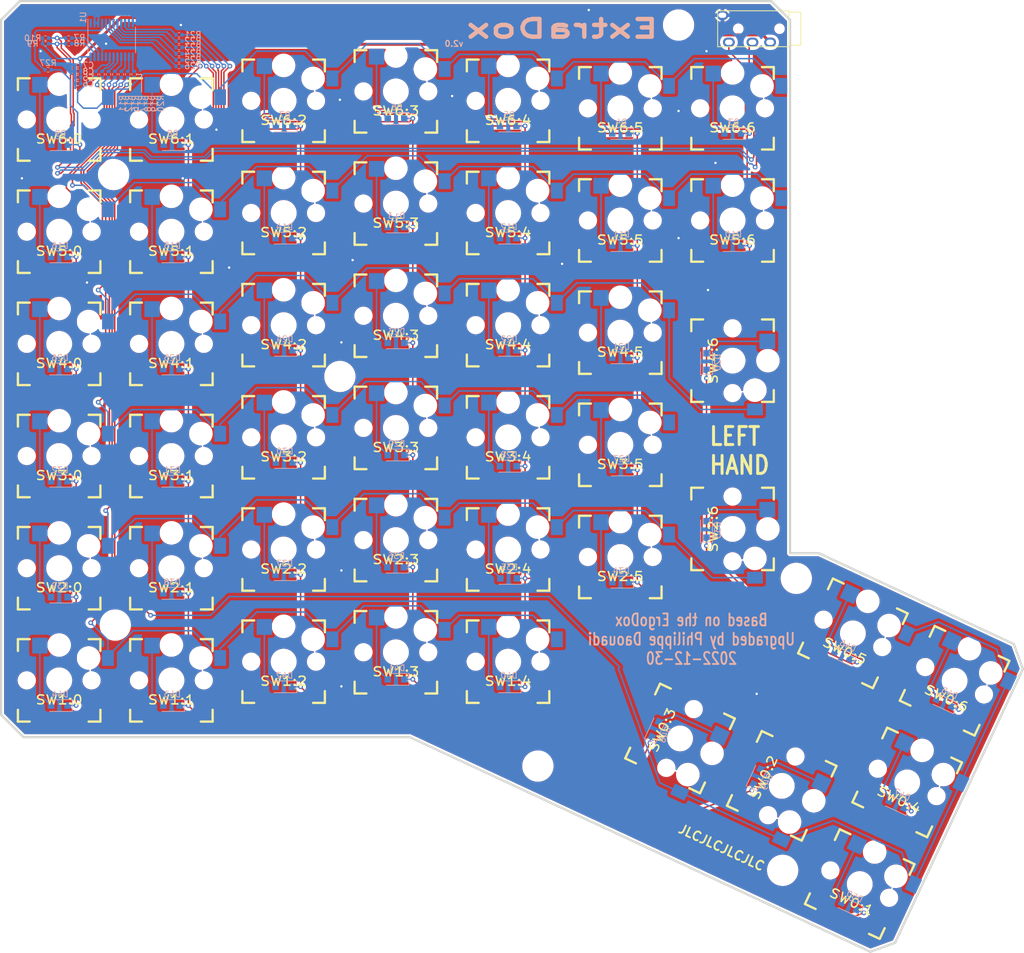
<source format=kicad_pcb>
(kicad_pcb (version 20211014) (generator pcbnew)
  (layers (0 "F.Cu" signal) (31 "B.Cu" signal) (34 "B.Paste" user) (35 "F.Paste" user) (36 "B.SilkS" user "B.Silkscreen") (37 "F.SilkS" user "F.Silkscreen") (38 "B.Mask" user) (39 "F.Mask" user) (44 "Edge.Cuts" user))
  (net 0 "")
  (net 1 "VCC")
  (net 2 "GND")
  (net 3 "Net-(J2-PadR1)")
  (net 4 "Net-(J2-PadT)")
  (net 5 "Net-(D10-Pad1)")
  (net 6 "Net-(D3-Pad2)")
  (net 7 "Net-(D11-Pad1)")
  (net 8 "Net-(D4-Pad2)")
  (net 9 "Net-(D12-Pad1)")
  (net 10 "Net-(D5-Pad2)")
  (net 11 "Net-(D13-Pad1)")
  (net 12 "Net-(D6-Pad2)")
  (net 13 "Net-(D14-Pad1)")
  (net 14 "Net-(D7-Pad2)")
  (net 15 "Net-(D15-Pad1)")
  (net 16 "Net-(D8-Pad2)")
  (net 17 "Net-(D16-Pad1)")
  (net 18 "Net-(D9-Pad2)")
  (net 19 "Net-(D10-Pad2)")
  (net 20 "Net-(D11-Pad2)")
  (net 21 "Net-(D12-Pad2)")
  (net 22 "Net-(D13-Pad2)")
  (net 23 "Net-(D14-Pad2)")
  (net 24 "Net-(D15-Pad2)")
  (net 25 "Net-(D16-Pad2)")
  (net 26 "Net-(D20-Pad2)")
  (net 27 "Net-(D21-Pad2)")
  (net 28 "Net-(D22-Pad2)")
  (net 29 "Net-(D23-Pad2)")
  (net 30 "Net-(D24-Pad2)")
  (net 31 "Net-(D25-Pad2)")
  (net 32 "Net-(D26-Pad2)")
  (net 33 "Net-(D27-Pad2)")
  (net 34 "Net-(D28-Pad2)")
  (net 35 "Net-(D29-Pad2)")
  (net 36 "Net-(D30-Pad2)")
  (net 37 "Net-(D31-Pad2)")
  (net 38 "Net-(D32-Pad2)")
  (net 39 "Net-(D33-Pad2)")
  (net 40 "Net-(D34-Pad2)")
  (net 41 "Net-(D35-Pad2)")
  (net 42 "Net-(D36-Pad2)")
  (net 43 "Net-(D37-Pad2)")
  (net 44 "Net-(D38-Pad2)")
  (net 45 "Net-(D39-Pad2)")
  (net 46 "Net-(D40-Pad2)")
  (net 47 "Net-(D41-Pad2)")
  (net 48 "Net-(D42-Pad2)")
  (net 49 "Net-(D43-Pad2)")
  (net 50 "Net-(D44-Pad2)")
  (net 51 "Net-(D45-Pad2)")
  (net 52 "Net-(D46-Pad2)")
  (net 53 "Net-(D47-Pad2)")
  (net 54 "Net-(D48-Pad2)")
  (net 55 "Net-(D49-Pad2)")
  (net 56 "Net-(D50-Pad2)")
  (net 57 "/SCL")
  (net 58 "/SDA")
  (net 59 "Net-(R11-Pad1)")
  (net 60 "/ROW6")
  (net 61 "Net-(R12-Pad1)")
  (net 62 "/ROW5")
  (net 63 "Net-(R16-Pad1)")
  (net 64 "/ROW4")
  (net 65 "Net-(R17-Pad1)")
  (net 66 "/ROW3")
  (net 67 "Net-(R18-Pad1)")
  (net 68 "/ROW2")
  (net 69 "Net-(R19-Pad1)")
  (net 70 "/ROW1")
  (net 71 "Net-(R20-Pad1)")
  (net 72 "/ROW0")
  (net 76 "/COL6")
  (net 77 "/COL5")
  (net 78 "/COL4")
  (net 79 "/COL3")
  (net 80 "/COL2")
  (net 81 "/COL1")
  (net 82 "/COL0")
  (footprint "additional-footprints:KailhHotswapChoc1" (layer "F.Cu") (at 138.956622 41.688159)
    (fp_text reference "SW6:6")
    (fp_text value "SW_Push")
  )
  (footprint "additional-footprints:KailhHotswapChoc1" (layer "F.Cu") (at 138.956625 60.738159)
    (fp_text reference "SW5:6")
    (fp_text value "SW_Push")
  )
  (footprint "additional-footprints:KailhHotswapChoc1" (layer "F.Cu") (at 24.656625 62.640622)
    (fp_text reference "SW5:0")
    (fp_text value "SW_Push")
  )
  (footprint "additional-footprints:KailhHotswapChoc1" (layer "F.Cu") (at 81.806625 95.967963)
    (fp_text reference "SW3:3")
    (fp_text value "SW_Push")
  )
  (footprint "additional-footprints:KailhHotswapChoc1" (layer "F.Cu") (at 43.706624 138.840623)
    (fp_text reference "SW1:1")
    (fp_text value "SW_Push")
  )
  (footprint "additional-footprints:KailhHotswapChoc15" (layer "F.Cu") (at 138.956624 113.123121 -90)
    (fp_text reference "SW2:6")
    (fp_text value "SW_Push")
  )
  (footprint "additional-footprints:KailhHotswapChoc1" (layer "F.Cu") (at 168.598417 156.171041 -25)
    (fp_text reference "SW0:4")
    (fp_text value "SW_Push")
  )
  (footprint "additional-footprints:KailhHotswapChoc2" (layer "F.Cu") (at 130.043756 148.703441 -115)
    (fp_text reference "SW0:3")
    (fp_text value "SW_Push")
  )
  (footprint "additional-footprints:KailhHotswapChoc1" (layer "F.Cu") (at 24.656623 43.590621)
    (fp_text reference "SW6:0")
    (fp_text value "SW_Push")
  )
  (footprint "additional-footprints:KailhHotswapChoc1" (layer "F.Cu") (at 100.856622 116.615621)
    (fp_text reference "SW2:4")
    (fp_text value "SW_Push")
  )
  (footprint "additional-footprints:KailhHotswapChoc1" (layer "F.Cu") (at 24.656623 100.740623)
    (fp_text reference "SW3:0")
    (fp_text value "SW_Push")
  )
  (footprint "additional-footprints:KailhHotswapChoc1" (layer "F.Cu") (at 81.806625 38.817961)
    (fp_text reference "SW6:3")
    (fp_text value "SW_Push")
  )
  (footprint "additional-footprints:KailhHotswapChoc1" (layer "F.Cu") (at 119.906626 98.835623)
    (fp_text reference "SW3:5")
    (fp_text value "SW_Push")
  )
  (footprint "additional-footprints:KailhHotswapChoc1" (layer "F.Cu") (at 100.856623 59.465621)
    (fp_text reference "SW5:4")
    (fp_text value "SW_Push")
  )
  (footprint "additional-footprints:KailhHotswapChoc1" (layer "F.Cu") (at 119.906625 117.885623)
    (fp_text reference "SW2:5")
    (fp_text value "SW_Push")
  )
  (footprint "additional-footprints:KailhHotswapChoc1" (layer "F.Cu") (at 62.756624 135.665622)
    (fp_text reference "SW1:2")
    (fp_text value "SW_Push")
  )
  (footprint "additional-footprints:KailhHotswapChoc1" (layer "F.Cu") (at 24.656625 138.840623)
    (fp_text reference "SW1:0")
    (fp_text value "SW_Push")
  )
  (footprint "additional-footprints:KailhHotswapChoc1" (layer "F.Cu") (at 176.647678 138.906664 -25)
    (fp_text reference "SW0:6")
    (fp_text value "SW_Push")
  )
  (footprint "additional-footprints:KailhHotswapChoc1" (layer "F.Cu") (at 100.856625 78.51562)
    (fp_text reference "SW4:4")
    (fp_text value "SW_Push")
  )
  (footprint "additional-footprints:KailhHotswapChoc1" (layer "F.Cu") (at 43.706623 100.74062)
    (fp_text reference "SW3:1")
    (fp_text value "SW_Push")
  )
  (footprint "additional-footprints:KailhHotswapChoc1" (layer "F.Cu") (at 119.906624 79.78562)
    (fp_text reference "SW4:5")
    (fp_text value "SW_Push")
  )
  (footprint "additional-footprints:KailhHotswapChoc1" (layer "F.Cu") (at 81.806622 134.067961)
    (fp_text reference "SW1:3")
    (fp_text value "SW_Push")
  )
  (footprint "additional-footprints:KailhHotswapChoc1" (layer "F.Cu") (at 43.706624 62.643161)
    (fp_text reference "SW5:1")
    (fp_text value "SW_Push")
  )
  (footprint "additional-footprints:KailhHotswapChoc1" (layer "F.Cu") (at 62.756626 78.515619)
    (fp_text reference "SW4:2")
    (fp_text value "SW_Push")
  )
  (footprint "additional-footprints:KailhHotswapChoc1" (layer "F.Cu") (at 81.806624 57.867961)
    (fp_text reference "SW5:3")
    (fp_text value "SW_Push")
  )
  (footprint "additional-footprints:KailhHotswapChoc1" (layer "F.Cu") (at 62.756626 59.465622)
    (fp_text reference "SW5:2")
    (fp_text value "SW_Push")
  )
  (footprint "additional-footprints:KailhHotswapChoc1" (layer "F.Cu") (at 119.906625 41.688159)
    (fp_text reference "SW6:5")
    (fp_text value "SW_Push")
  )
  (footprint "additional-footprints:KailhHotswapChoc15" (layer "F.Cu") (at 138.956625 84.548122 -90)
    (fp_text reference "SW4:6")
    (fp_text value "SW_Push")
  )
  (footprint "additional-footprints:KailhHotswapChoc1" (layer "F.Cu") (at 81.806623 76.917962)
    (fp_text reference "SW4:3")
    (fp_text value "SW_Push")
  )
  (footprint "additional-footprints:KailhHotswapChoc1" (layer "F.Cu") (at 100.856623 97.565622)
    (fp_text reference "SW3:4")
    (fp_text value "SW_Push")
  )
  (footprint "additional-footprints:KailhHotswapChoc1" (layer "F.Cu") (at 100.856625 135.665621)
    (fp_text reference "SW1:4")
    (fp_text value "SW_Push")
  )
  (footprint "additional-footprints:KailhHotswapChoc1" (layer "F.Cu") (at 43.706624 43.593162)
    (fp_text reference "SW6:1")
    (fp_text value "SW_Push")
  )
  (footprint "additional-footprints:KailhHotswapChoc1" (layer "F.Cu") (at 43.706625 81.690624)
    (fp_text reference "SW4:1")
    (fp_text value "SW_Push")
  )
  (footprint "additional-footprints:KailhHotswapChoc1" (layer "F.Cu") (at 62.756622 40.415622)
    (fp_text reference "SW6:2")
    (fp_text value "SW_Push")
  )
  (footprint "additional-footprints:KailhHotswapChoc1" (layer "F.Cu") (at 119.906622 60.73816)
    (fp_text reference "SW5:5")
    (fp_text value "SW_Push")
  )
  (footprint "additional-footprints:KailhHotswapChoc1" (layer "F.Cu") (at 24.656624 81.690623)
    (fp_text reference "SW4:0")
    (fp_text value "SW_Push")
  )
  (footprint "additional-footprints:KailhHotswapChoc1" (layer "F.Cu") (at 62.756622 116.615621)
    (fp_text reference "SW2:2")
    (fp_text value "SW_Push")
  )
  (footprint "additional-footprints:KailhHotswapChoc1" (layer "F.Cu") (at 24.656625 119.790621)
    (fp_text reference "SW2:0")
    (fp_text value "SW_Push")
  )
  (footprint "additional-footprints:KailhHotswapChoc1" (layer "F.Cu") (at 81.806624 115.017964)
    (fp_text reference "SW2:3")
    (fp_text value "SW_Push")
  )
  (footprint "additional-footprints:KailhHotswapChoc1" (layer "F.Cu") (at 62.756623 97.56562)
    (fp_text reference "SW3:2")
    (fp_text value "SW_Push")
  )
  (footprint "additional-footprints:KailhHotswapChoc1" (layer "F.Cu") (at 100.856625 40.415621)
    (fp_text reference "SW6:4")
    (fp_text value "SW_Push")
  )
  (footprint "additional-footprints:KailhHotswapChoc2" (layer "F.Cu") (at 147.308134 156.755244 -115)
    (fp_text reference "SW0:2")
    (fp_text value "SW_Push")
  )
  (footprint "additional-footprints:KailhHotswapChoc1" (layer "F.Cu") (at 159.383297 130.8574 -25)
    (fp_text reference "SW0:5")
    (fp_text value "SW_Push")
  )
  (footprint "additional-footprints:TRRS-PJ-320A" (layer "F.Cu") (at 148.532023 28.175361 -90)
    (fp_text reference "J2")
    (fp_text value "TRRS")
  )
  (footprint "additional-footprints:KailhHotswapChoc1" (layer "F.Cu") (at 160.546617 173.437963 -25)
    (fp_text reference "SW0:1")
    (fp_text value "SW_Push")
  )
  (footprint "additional-footprints:KailhHotswapChoc1" (layer "F.Cu") (at 43.706625 119.790622)
    (fp_text reference "SW2:1")
    (fp_text value "SW_Push")
  )
  (footprint "Resistor_SMD:R_0402_1005Metric" (layer "B.Cu") (at 36.293736 35.920362 90)
    (fp_text reference "R19")
    (fp_text value "470")
  )
  (footprint "additional-footprints:MountingHole4.318" (layer "B.Cu") (at 147.465624 171.098622 180)
    (fp_text reference "REF**" hide)
    (fp_text value "MountingHole4.318" hide)
  )
  (footprint "Diode_SMD:D_SOD-123F" (layer "B.Cu") (at 166.8268 159.943189 155)
    (fp_text reference "D47")
    (fp_text value "D")
  )
  (footprint "Diode_SMD:D_SOD-123F" (layer "B.Cu") (at 138.982024 45.955363 180)
    (fp_text reference "D3")
    (fp_text value "D")
  )
  (footprint "Diode_SMD:D_SOD-123F" (layer "B.Cu") (at 100.882024 139.935362 180)
    (fp_text reference "D40")
    (fp_text value "D")
  )
  (footprint "Diode_SMD:D_SOD-123F" (layer "B.Cu") (at 43.732024 66.910362 180)
    (fp_text reference "D15")
    (fp_text value "D")
  )
  (footprint "Resistor_SMD:R_0402_1005Metric" (layer "B.Cu") (at 33.028872 35.920361 90)
    (fp_text reference "R16")
    (fp_text value "470")
  )
  (footprint "additional-footprints:MountingHole4.318" (layer "B.Cu") (at 149.776624 121.520622 180)
    (fp_text reference "REF**" hide)
    (fp_text value "MountingHole4.318" hide)
  )
  (footprint "Diode_SMD:D_SOD-123F" (layer "B.Cu") (at 100.882025 82.785362 180)
    (fp_text reference "D22")
    (fp_text value "D")
  )
  (footprint "Diode_SMD:D_SOD-123F" (layer "B.Cu") (at 134.537025 113.200362 90)
    (fp_text reference "D33")
    (fp_text value "D")
  )
  (footprint "Diode_SMD:D_SOD-123F" (layer "B.Cu") (at 100.882024 102.470362 180)
    (fp_text reference "D28")
    (fp_text value "D")
  )
  (footprint "Resistor_SMD:R_0402_1005Metric" (layer "B.Cu") (at 26.26993 29.756566)
    (fp_text reference "R7")
    (fp_text value "100")
  )
  (footprint "additional-footprints:TSSOP-24_4.4x7.8mm_P0.65mm_JLCPCB" (layer "B.Cu") (at 33.572023 30.080363)
    (fp_text reference "U1")
    (fp_text value "PCA9555PW")
  )
  (footprint "Diode_SMD:D_SOD-123F" (layer "B.Cu") (at 157.612513 134.627149 155)
    (fp_text reference "D46")
    (fp_text value "D")
  )
  (footprint "Diode_SMD:D_SOD-123F" (layer "B.Cu") (at 81.832024 43.415362 180)
    (fp_text reference "D6")
    (fp_text value "D")
  )
  (footprint "Resistor_SMD:R_0402_1005Metric" (layer "B.Cu") (at 45.002025 30.281732 180)
    (fp_text reference "R22")
    (fp_text value "470")
  )
  (footprint "Capacitor_SMD:C_0402_1005Metric" (layer "B.Cu") (at 27.857024 36.430361 180)
    (fp_text reference "C5")
    (fp_text value "10uF")
  )
  (footprint "additional-footprints:MountingHole4.318" (layer "B.Cu") (at 33.905177 52.940361 180)
    (fp_text reference "REF**" hide)
    (fp_text value "MountingHole4.318" hide)
  )
  (footprint "Diode_SMD:D_SOD-123F" (layer "B.Cu") (at 24.682024 85.960362 180)
    (fp_text reference "D26")
    (fp_text value "D")
  )
  (footprint "Diode_SMD:D_SOD-123F" (layer "B.Cu") (at 174.877677 142.678026 155)
    (fp_text reference "D45")
    (fp_text value "D")
  )
  (footprint "Diode_SMD:D_SOD-123F" (layer "B.Cu") (at 100.882024 63.735361 180)
    (fp_text reference "D12")
    (fp_text value "D")
  )
  (footprint "Diode_SMD:D_SOD-123F" (layer "B.Cu") (at 24.682025 105.010363 180)
    (fp_text reference "D32")
    (fp_text value "D")
  )
  (footprint "Resistor_SMD:R_0402_1005Metric" (layer "B.Cu") (at 45.002024 29.213102 180)
    (fp_text reference "R21")
    (fp_text value "470")
  )
  (footprint "Diode_SMD:D_SOD-123F" (layer "B.Cu") (at 43.732024 143.11036 180)
    (fp_text reference "D43")
    (fp_text value "D")
  )
  (footprint "Resistor_SMD:R_0402_1005Metric" (layer "B.Cu") (at 34.11716 35.920363 90)
    (fp_text reference "R17")
    (fp_text value "470")
  )
  (footprint "Diode_SMD:D_SOD-123F" (layer "B.Cu") (at 24.682024 66.910362 180)
    (fp_text reference "D16")
    (fp_text value "D")
  )
  (footprint "Resistor_SMD:R_0402_1005Metric" (layer "B.Cu") (at 45.002024 31.350362 180)
    (fp_text reference "R23")
    (fp_text value "470")
  )
  (footprint "Diode_SMD:D_SOD-123F" (layer "B.Cu") (at 62.782024 63.735362 180)
    (fp_text reference "D14")
    (fp_text value "D")
  )
  (footprint "Diode_SMD:D_SOD-123F" (layer "B.Cu") (at 138.982024 65.005361 180)
    (fp_text reference "D10")
    (fp_text value "D")
  )
  (footprint "additional-footprints:MountingHole4.318" (layer "B.Cu") (at 105.911224 153.397362 180)
    (fp_text reference "REF**" hide)
    (fp_text value "MountingHole4.318" hide)
  )
  (footprint "Diode_SMD:D_SOD-123F" (layer "B.Cu") (at 100.882024 44.685363 180)
    (fp_text reference "D5")
    (fp_text value "D")
  )
  (footprint "Diode_SMD:D_SOD-123F" (layer "B.Cu") (at 81.832023 100.565363 180)
    (fp_text reference "D29")
    (fp_text value "D")
  )
  (footprint "additional-footprints:MountingHole4.318" (layer "B.Cu") (at 129.790177 27.540362 180)
    (fp_text reference "REF**" hide)
    (fp_text value "MountingHole4.318" hide)
  )
  (footprint "Diode_SMD:D_SOD-123F" (layer "B.Cu") (at 43.732023 105.010362 180)
    (fp_text reference "D31")
    (fp_text value "D")
  )
  (footprint "Diode_SMD:D_SOD-123F" (layer "B.Cu") (at 62.847024 101.835361 180)
    (fp_text reference "D30")
    (fp_text value "D")
  )
  (footprint "Diode_SMD:D_SOD-123F" (layer "B.Cu") (at 24.682024 143.110362 180)
    (fp_text reference "D44")
    (fp_text value "D")
  )
  (footprint "Diode_SMD:D_SOD-123F" (layer "B.Cu") (at 43.732024 85.960361 180)
    (fp_text reference "D25")
    (fp_text value "D")
  )
  (footprint "Resistor_SMD:R_0402_1005Metric" (layer "B.Cu") (at 37.382024 35.920362 90)
    (fp_text reference "R20")
    (fp_text value "470")
  )
  (footprint "Capacitor_SMD:C_0402_1005Metric" (layer "B.Cu") (at 27.857025 37.478213 180)
    (fp_text reference "C6")
    (fp_text value "1uF")
  )
  (footprint "Resistor_SMD:R_0402_1005Metric" (layer "B.Cu") (at 35.205448 35.920361 90)
    (fp_text reference "R18")
    (fp_text value "470")
  )
  (footprint "Diode_SMD:D_SOD-123F" (layer "B.Cu") (at 62.847024 82.785362 180)
    (fp_text reference "D24")
    (fp_text value "D")
  )
  (footprint "Diode_SMD:D_SOD-123F" (layer "B.Cu") (at 119.932024 122.155362 180)
    (fp_text reference "D34")
    (fp_text value "D")
  )
  (footprint "Resistor_SMD:R_0402_1005Metric" (layer "B.Cu") (at 45.002025 33.487621 180)
    (fp_text reference "R25")
    (fp_text value "470")
  )
  (footprint "Diode_SMD:D_SOD-123F" (layer "B.Cu") (at 81.832024 138.665361 180)
    (fp_text reference "D41")
    (fp_text value "D")
  )
  (footprint "Resistor_SMD:R_0402_1005Metric" (layer "B.Cu") (at 31.940584 35.920362 90)
    (fp_text reference "R12")
    (fp_text value "470")
  )
  (footprint "Resistor_SMD:R_0402_1005Metric" (layer "B.Cu") (at 22.33493 29.756566)
    (fp_text reference "R10")
    (fp_text value "2.2k")
  )
  (footprint "Diode_SMD:D_SOD-123F" (layer "B.Cu") (at 100.947024 121.520361 180)
    (fp_text reference "D35")
    (fp_text value "D")
  )
  (footprint "Resistor_SMD:R_0402_1005Metric" (layer "B.Cu") (at 22.33493 30.715361)
    (fp_text reference "R9")
    (fp_text value "2.2k")
  )
  (footprint "Resistor_SMD:R_0402_1005Metric" (layer "B.Cu") (at 45.002024 34.556256 180)
    (fp_text reference "R26")
    (fp_text value "470")
  )
  (footprint "Diode_SMD:D_SOD-123F" (layer "B.Cu") (at 24.747024 47.86036 180)
    (fp_text reference "D9")
    (fp_text value "D")
  )
  (footprint "Diode_SMD:D_SOD-123F" (layer "B.Cu") (at 134.537024 84.690362 90)
    (fp_text reference "D20")
    (fp_text value "D")
  )
  (footprint "Diode_SMD:D_SOD-123F" (layer "B.Cu") (at 24.682024 124.695361 180)
    (fp_text reference "D39")
    (fp_text value "D")
  )
  (footprint "Resistor_SMD:R_0402_1005Metric" (layer "B.Cu") (at 26.26993 30.715361)
    (fp_text reference "R8")
    (fp_text value "100")
  )
  (footprint "Resistor_SMD:R_0402_1005Metric" (layer "B.Cu") (at 22.777024 35.160361 180)
    (fp_text reference "R27")
    (fp_text value "470")
  )
  (footprint "Diode_SMD:D_SOD-123F" (layer "B.Cu") (at 81.832023 81.515361 180)
    (fp_text reference "D23")
    (fp_text value "D")
  )
  (footprint "Diode_SMD:D_SOD-123F" (layer "B.Cu") (at 62.847024 44.68536 180)
    (fp_text reference "D7")
    (fp_text value "D")
  )
  (footprint "Capacitor_SMD:C_0402_1005Metric" (layer "B.Cu") (at 27.857024 35.382508 180)
    (fp_text reference "C8")
    (fp_text value "0.1uF")
  )
  (footprint "Capacitor_SMD:C_0402_1005Metric" (layer "B.Cu") (at 27.857025 34.334654 180)
    (fp_text reference "C7")
    (fp_text value "0.1uF")
  )
  (footprint "additional-footprints:MountingHole4.318" (layer "B.Cu") (at 34.181623 129.442622 180)
    (fp_text reference "REF**" hide)
    (fp_text value "MountingHole4.318" hide)
  )
  (footprint "additional-footprints:MountingHole4.318" (layer "B.Cu") (at 72.307024 87.230361 180)
    (fp_text reference "REF**" hide)
    (fp_text value "MountingHole4.318" hide)
  )
  (footprint "Resistor_SMD:R_0402_1005Metric" (layer "B.Cu") (at 30.852294 35.920362 90)
    (fp_text reference "R11")
    (fp_text value "470")
  )
  (footprint "Resistor_SMD:R_0402_1005Metric" (layer "B.Cu") (at 45.002023 32.418992 180)
    (fp_text reference "R24")
    (fp_text value "470")
  )
  (footprint "Diode_SMD:D_SOD-123F" (layer "B.Cu") (at 43.797024 47.860361 180)
    (fp_text reference "D8")
    (fp_text value "D")
  )
  (footprint "Diode_SMD:D_SOD-123F" (layer "B.Cu") (at 62.782024 120.885363 180)
    (fp_text reference "D37")
    (fp_text value "D")
  )
  (footprint "Diode_SMD:D_SOD-123F" (layer "B.Cu") (at 119.932023 84.055361 180)
    (fp_text reference "D21")
    (fp_text value "D")
  )
  (footprint "Diode_SMD:D_SOD-123F" (layer "B.Cu") (at 119.997024 103.105362 180)
    (fp_text reference "D27")
    (fp_text value "D")
  )
  (footprint "Diode_SMD:D_SOD-123F" (layer "B.Cu") (at 119.932024 65.005362 180)
    (fp_text reference "D11")
    (fp_text value "D")
  )
  (footprint "Diode_SMD:D_SOD-123F" (layer "B.Cu") (at 158.775922 177.208353 155)
    (fp_text reference "D50")
    (fp_text value "D")
  )
  (footprint "Diode_SMD:D_SOD-123F" (layer "B.Cu") (at 62.782024 139.935361 180)
    (fp_text reference "D42")
    (fp_text value "D")
  )
  (footprint "Diode_SMD:D_SOD-123F" (layer "B.Cu") (at 43.732024 124.060362 180)
    (fp_text reference "D38")
    (fp_text value "D")
  )
  (footprint "Diode_SMD:D_SOD-123F" (layer "B.Cu") (at 81.767025 119.615362 180)
    (fp_text reference "D36")
    (fp_text value "D")
  )
  (footprint "Diode_SMD:D_SOD-123F" (layer "B.Cu") (at 125.852671 147.142444 65)
    (fp_text reference "D48")
    (fp_text value "D")
  )
  (footprint "Diode_SMD:D_SOD-123F" (layer "B.Cu") (at 81.832024 61.830362 180)
    (fp_text reference "D13")
    (fp_text value "D")
  )
  (footprint "Diode_SMD:D_SOD-123F" (layer "B.Cu") (at 143.117835 155.193322 65)
    (fp_text reference "D49")
    (fp_text value "D")
  )
  (footprint "Diode_SMD:D_SOD-123F" (layer "B.Cu") (at 119.932023 45.955361 180)
    (fp_text reference "D4")
    (fp_text value "D")
  )
  (gr_line (start 38.652024 35.920362) (end 38.652024 38.970361) (layer "B.SilkS") (width 0.15))
  (gr_line (start 37.762024 35.920362) (end 38.652024 35.920362) (layer "B.SilkS") (width 0.15))
  (gr_line (start 162.341544 184.929943) (end 166.560485 183.395784) (layer "Edge.Cuts") (width 0.381))
  (gr_line (start 18.59024 148.486018) (end 84.173046 148.486023) (layer "Edge.Cuts") (width 0.381))
  (gr_line (start 145.514046 23.486023) (end 17.980645 23.486022) (layer "Edge.Cuts") (width 0.381))
  (gr_line (start 14.805645 26.661024) (end 14.805641 144.701418) (layer "Edge.Cuts") (width 0.381))
  (gr_line (start 84.173046 148.486023) (end 162.341544 184.929943) (layer "Edge.Cuts") (width 0.381))
  (gr_line (start 148.714445 117.244022) (end 148.714444 26.661021) (layer "Edge.Cuts") (width 0.381))
  (gr_line (start 166.560485 183.395784) (end 188.244467 136.893463) (layer "Edge.Cuts") (width 0.381))
  (gr_line (start 17.980645 23.486022) (end 14.805645 26.661024) (layer "Edge.Cuts") (width 0.381))
  (gr_line (start 188.244467 136.893463) (end 186.707766 132.674524) (layer "Edge.Cuts") (width 0.381))
  (gr_line (start 148.714444 26.661021) (end 145.514046 23.486023) (layer "Edge.Cuts") (width 0.381))
  (gr_line (start 186.707766 132.674524) (end 153.616645 117.244022) (layer "Edge.Cuts") (width 0.381))
  (gr_line (start 18.59024 148.486018) (end 14.805641 144.701418) (layer "Edge.Cuts") (width 0.381))
  (gr_line (start 153.616645 117.244022) (end 148.714445 117.244022) (layer "Edge.Cuts") (width 0.381))
  (gr_text "Based on the ErgoDox\nUpgraded by Philippe Daouadi\n2022-12-30" (at 131.971624 131.855622) (layer "B.SilkS") (effects (font (size 2.032 1.524) (thickness 0.3048)) (justify mirror)))
  (gr_text "ExtraDox" (at 110.105178 28.175362) (layer "B.SilkS") (effects (font (size 3 5) (thickness 0.75)) (justify mirror)))
  (gr_text "v2.0" (at 91.67493 30.715361) (layer "B.SilkS") (effects (font (size 1 1) (thickness 0.2)) (justify mirror)))
  (gr_text "JLCJLCJLCJLC" (at 137.077024 167.240361 -25) (layer "F.SilkS") (effects (font (size 1.524 1.524) (thickness 0.3048))))
  (gr_text "LEFT\nHAND" (at 134.791062 99.853352) (layer "F.SilkS") (effects (font (size 3.048 2.54) (thickness 0.508)) (justify left)))
  (segment (start 132.774372 30.817959) (end 134.36697 29.225361) (width 0.5) (layer "F.Cu") (net 1))
  (segment (start 75.584621 30.817959) (end 132.774372 30.817959) (width 0.5) (layer "F.Cu") (net 1))
  (segment (start 58.122528 30.817959) (end 53.57493 26.270362) (width 0.5) (layer "F.Cu") (net 1))
  (segment (start 53.57493 26.270362) (end 35.15993 26.270362) (width 0.5) (layer "F.Cu") (net 1))
  (segment (start 144.082023 29.225361) (end 145.332023 30.475361) (width 0.5) (layer "F.Cu") (net 1))
  (segment (start 35.15993 26.270362) (end 28.17493 33.255361) (width 0.5) (layer "F.Cu") (net 1))
  (segment (start 75.584621 30.817959) (end 58.122528 30.817959) (width 0.5) (layer "F.Cu") (net 1))
  (segment (start 134.36697 29.225361) (end 144.082023 29.225361) (width 0.5) (layer "F.Cu") (net 1))
  (via (at 28.17493 33.255361) (size 0.8) (drill 0.4) (layers "F.Cu" "B.Cu") (net 1))
  (segment (start 28.17493 34.172559) (end 28.337025 34.334654) (width 0.25) (layer "B.Cu") (net 1))
  (segment (start 28.17493 33.255361) (end 24.36493 33.255362) (width 0.25) (layer "B.Cu") (net 1))
  (segment (start 28.487429 32.942861) (end 28.17493 33.255361) (width 0.25) (layer "B.Cu") (net 1))
  (segment (start 28.337025 34.334654) (end 28.337025 37.478213) (width 0.25) (layer "B.Cu") (net 1))
  (segment (start 29.997024 32.942863) (end 28.487429 32.942861) (width 0.25) (layer "B.Cu") (net 1))
  (segment (start 24.36493 33.255362) (end 21.824929 30.715362) (width 0.25) (layer "B.Cu") (net 1))
  (segment (start 21.824929 30.715362) (end 21.82493 29.756564) (width 0.25) (layer "B.Cu") (net 1))
  (segment (start 28.17493 33.255361) (end 28.17493 34.172559) (width 0.25) (layer "B.Cu") (net 1))
  (via (at 134.791062 72.548352) (size 0.8) (drill 0.4) (layers "F.Cu" "B.Cu") (net 2))
  (via (at 91.357024 39.605362) (size 0.8) (drill 0.4) (layers "F.Cu" "B.Cu") (net 2))
  (via (at 110.026062 68.103352) (size 0.8) (drill 0.4) (layers "F.Cu" "B.Cu") (net 2))
  (via (at 72.307023 40.240362) (size 0.8) (drill 0.4) (layers "F.Cu" "B.Cu") (net 2))
  (via (at 74.466062 67.468352) (size 0.8) (drill 0.4) (layers "F.Cu" "B.Cu") (net 2))
  (via (at 32.61993 30.715361) (size 0.8) (drill 0.4) (layers "F.Cu" "B.Cu") (net 2))
  (via (at 51.352024 45.320363) (size 0.8) (drill 0.4) (layers "F.Cu" "B.Cu") (net 2))
  (via (at 72.561062 139.858351) (size 0.8) (drill 0.4) (layers "F.Cu" "B.Cu") (net 2))
  (via (at 134.537024 31.985361) (size 0.8) (drill 0.4) (layers "F.Cu" "B.Cu") (net 2))
  (via (at 45.637025 53.575362) (size 0.8) (drill 0.4) (layers "F.Cu" "B.Cu") (net 2))
  (via (at 18.332024 53.575362) (size 0.8) (drill 0.4) (layers "F.Cu" "B.Cu") (net 2))
  (via (at 129.790178 42.145361) (size 0.8) (drill 0.4) (layers "F.Cu" "B.Cu") (net 2))
  (via (at 72.561062 120.173352) (size 0.8) (drill 0.4) (layers "F.Cu" "B.Cu") (net 2))
  (via (at 29.381062 71.278352) (size 0.8) (drill 0.4) (layers "F.Cu" "B.Cu") (net 2))
  (via (at 72.561062 81.438352) (size 0.8) (drill 0.4) (layers "F.Cu" "B.Cu") (net 2))
  (via (at 21.507024 31.985361) (size 0.8) (drill 0.4) (layers "F.Cu" "B.Cu") (net 2))
  (via (at 114.550178 25.000361) (size 0.8) (drill 0.4) (layers "F.Cu" "B.Cu") (net 2))
  (via (at 129.790178 63.735361) (size 0.8) (drill 0.4) (layers "F.Cu" "B.Cu") (net 2))
  (via (at 53.511062 68.738352) (size 0.8) (drill 0.4) (layers "F.Cu" "B.Cu") (net 2))
  (via (at 45.319931 27.540361) (size 0.8) (drill 0.4) (layers "F.Cu" "B.Cu") (net 2))
  (via (at 136.061062 50.958352) (size 0.8) (drill 0.4) (layers "F.Cu" "B.Cu") (net 2))
  (via (at 143.046062 141.128351) (size 0.8) (drill 0.4) (layers "F.Cu" "B.Cu") (net 2))
  (segment (start 31.947023 31.388268) (end 32.61993 30.715361) (width 0.25) (layer "B.Cu") (net 2))
  (segment (start 31.297024 27.217863) (end 31.297024 26.323268) (width 0.25) (layer "B.Cu") (net 2))
  (segment (start 37.147025 26.188266) (end 37.69993 25.635362) (width 0.25) (layer "B.Cu") (net 2))
  (segment (start 43.41493 25.635362) (end 45.319931 27.540361) (width 0.25) (layer "B.Cu") (net 2))
  (segment (start 31.984929 25.635361) (end 37.69993 25.635362) (width 0.25) (layer "B.Cu") (net 2))
  (segment (start 37.69993 25.635362) (end 43.41493 25.635362) (width 0.25) (layer "B.Cu") (net 2))
  (segment (start 31.297024 26.323268) (end 31.984929 25.635361) (width 0.25) (layer "B.Cu") (net 2))
  (segment (start 31.34993 25.635361) (end 31.984929 25.635361) (width 0.25) (layer "B.Cu") (net 2))
  (segment (start 30.647024 26.338267) (end 31.34993 25.635361) (width 0.25) (layer "B.Cu") (net 2))
  (segment (start 37.147024 27.217863) (end 37.147025 26.188266) (width 0.25) (layer "B.Cu") (net 2))
  (segment (start 31.947024 32.942861) (end 31.947023 31.388268) (width 0.25) (layer "B.Cu") (net 2))
  (segment (start 30.647024 27.217863) (end 30.647024 26.338267) (width 0.25) (layer "B.Cu") (net 2))
  (segment (start 143.01493 45.468661) (end 141.776062 44.229793) (width 0.25) (layer "F.Cu") (net 3))
  (segment (start 27.181625 42.544732) (end 27.037024 42.400131) (width 0.25) (layer "F.Cu") (net 3))
  (segment (start 27.037024 44.781112) (end 27.181625 44.636512) (width 0.25) (layer "F.Cu") (net 3))
  (segment (start 141.776062 44.229793) (end 141.776062 31.031322) (width 0.25) (layer "F.Cu") (net 3))
  (segment (start 27.037024 42.400131) (end 27.037023 33.476004) (width 0.25) (layer "F.Cu") (net 3))
  (segment (start 27.181625 44.636512) (end 27.181625 42.544732) (width 0.25) (layer "F.Cu") (net 3))
  (segment (start 142.792024 51.670361) (end 143.01493 51.447456) (width 0.25) (layer "F.Cu") (net 3))
  (segment (start 24.957875 52.719206) (end 27.037024 50.640057) (width 0.25) (layer "F.Cu") (net 3))
  (segment (start 24.458113 29.756566) (end 24.302431 29.756565) (width 0.25) (layer "F.Cu") (net 3))
  (segment (start 27.037023 33.476004) (end 25.027431 31.466412) (width 0.25) (layer "F.Cu") (net 3))
  (segment (start 25.027431 30.325884) (end 24.458113 29.756566) (width 0.25) (layer "F.Cu") (net 3))
  (segment (start 24.380179 52.719205) (end 24.957875 52.719206) (width 0.25) (layer "F.Cu") (net 3))
  (segment (start 27.037024 50.640057) (end 27.037024 44.781112) (width 0.25) (layer "F.Cu") (net 3))
  (segment (start 143.01493 51.447456) (end 143.01493 45.468661) (width 0.25) (layer "F.Cu") (net 3))
  (segment (start 141.776062 31.031322) (end 142.332023 30.475361) (width 0.25) (layer "F.Cu") (net 3))
  (segment (start 25.027431 31.466412) (end 25.027431 30.325884) (width 0.25) (layer "F.Cu") (net 3))
  (via (at 24.302431 29.756565) (size 0.8) (drill 0.4) (layers "F.Cu" "B.Cu") (net 3))
  (via (at 24.380179 52.719205) (size 0.8) (drill 0.4) (layers "F.Cu" "B.Cu") (net 3))
  (via (at 142.792024 51.670361) (size 0.8) (drill 0.4) (layers "F.Cu" "B.Cu") (net 3))
  (segment (start 31.889225 49.210361) (end 38.971135 49.210362) (width 0.25) (layer "B.Cu") (net 3))
  (segment (start 49.462024 50.385361) (end 50.902023 48.945362) (width 0.25) (layer "B.Cu") (net 3))
  (segment (start 50.902023 48.945362) (end 140.065628 48.94536) (width 0.25) (layer "B.Cu") (net 3))
  (segment (start 40.146135 50.385362) (end 49.462024 50.385361) (width 0.25) (layer "B.Cu") (net 3))
  (segment (start 24.680483 52.444703) (end 24.955483 52.169702) (width 0.25) (layer "B.Cu") (net 3))
  (segment (start 24.65468 52.444702) (end 24.680483 52.444703) (width 0.25) (layer "B.Cu") (net 3))
  (segment (start 22.844929 29.756567) (end 25.75993 29.756565) (width 0.25) (layer "B.Cu") (net 3))
  (segment (start 140.065628 48.94536) (end 141.432024 50.311758) (width 0.25) (layer "B.Cu") (net 3))
  (segment (start 141.432024 50.311758) (end 141.432024 50.700667) (width 0.25) (layer "B.Cu") (net 3))
  (segment (start 141.432024 50.700667) (end 141.856718 51.125362) (width 0.25) (layer "B.Cu") (net 3))
  (segment (start 24.380179 52.719205) (end 24.65468 52.444702) (width 0.25) (layer "B.Cu") (net 3))
  (segment (start 24.955483 52.169702) (end 28.929885 52.169703) (width 0.25) (layer "B.Cu") (net 3))
  (segment (start 28.929885 52.169703) (end 31.889225 49.210361) (width 0.25) (layer "B.Cu") (net 3))
  (segment (start 38.971135 49.210362) (end 40.146135 50.385362) (width 0.25) (layer "B.Cu") (net 3))
  (segment (start 141.856718 51.125362) (end 142.247024 51.125362) (width 0.25) (layer "B.Cu") (net 3))
  (segment (start 142.247024 51.125362) (end 142.792024 51.670361) (width 0.25) (layer "B.Cu") (net 3))
  (segment (start 142.157024 50.400362) (end 142.56493 49.992456) (width 0.25) (layer "F.Cu") (net 4))
  (segment (start 26.587024 33.662401) (end 24.302432 31.377809) (width 0.25) (layer "F.Cu") (net 4))
  (segment (start 142.56493 45.655057) (end 141.141061 44.231189) (width 0.25) (layer "F.Cu") (net 4))
  (segment (start 142.56493 49.992456) (end 142.56493 45.655057) (width 0.25) (layer "F.Cu") (net 4))
  (segment (start 24.380178 51.719703) (end 26.587025 49.512855) (width 0.25) (layer "F.Cu") (net 4))
  (segment (start 26.587025 49.512855) (end 26.587024 44.594716) (width 0.25) (layer "F.Cu") (net 4))
  (segment (start 141.141062 34.794399) (end 141.141059 34.794399) (width 0.25) (layer "F.Cu") (net 4))
  (segment (start 24.302432 31.377809) (end 24.302432 30.756068) (width 0.25) (layer "F.Cu") (net 4))
  (segment (start 26.587024 42.586526) (end 26.587024 33.662401) (width 0.25) (layer "F.Cu") (net 4))
  (segment (start 138.332023 31.985363) (end 138.332023 30.475361) (width 0.25) (layer "F.Cu") (net 4))
  (segment (start 26.731625 42.731128) (end 26.587024 42.586526) (width 0.25) (layer "F.Cu") (net 4))
  (segment (start 141.141059 34.794399) (end 138.332023 31.985363) (width 0.25) (layer "F.Cu") (net 4))
  (segment (start 26.587024 44.594716) (end 26.731625 44.450115) (width 0.25) (layer "F.Cu") (net 4))
  (segment (start 141.141061 44.231189) (end 141.141062 34.794399) (width 0.25) (layer "F.Cu") (net 4))
  (segment (start 26.731625 44.450115) (end 26.731625 42.731128) (width 0.25) (layer "F.Cu") (net 4))
  (via (at 24.380178 51.719703) (size 0.8) (drill 0.4) (layers "F.Cu" "B.Cu") (net 4))
  (via (at 24.302432 30.756068) (size 0.8) (drill 0.4) (layers "F.Cu" "B.Cu") (net 4))
  (via (at 142.157024 50.400362) (size 0.8) (drill 0.4) (layers "F.Cu" "B.Cu") (net 4))
  (segment (start 24.380178 51.719703) (end 28.743489 51.719702) (width 0.25) (layer "B.Cu") (net 4))
  (segment (start 49.275628 49.935362) (end 50.715628 48.495362) (width 0.25) (layer "B.Cu") (net 4))
  (segment (start 50.715628 48.495362) (end 140.252024 48.495361) (width 0.25) (layer "B.Cu") (net 4))
  (segment (start 24.343138 30.715362) (end 24.302432 30.756068) (width 0.25) (layer "B.Cu") (net 4))
  (segment (start 22.84493 30.715362) (end 24.261726 30.715362) (width 0.25) (layer "B.Cu") (net 4))
  (segment (start 140.252024 48.495361) (end 142.157024 50.400362) (width 0.25) (layer "B.Cu") (net 4))
  (segment (start 28.743489 51.719702) (end 31.70283 48.760362) (width 0.25) (layer "B.Cu") (net 4))
  (segment (start 24.261726 30.715362) (end 24.302432 30.756068) (width 0.25) (layer "B.Cu") (net 4))
  (segment (start 40.332531 49.935361) (end 49.275628 49.935362) (width 0.25) (layer "B.Cu") (net 4))
  (segment (start 25.75993 30.715362) (end 24.343138 30.715362) (width 0.25) (layer "B.Cu") (net 4))
  (segment (start 31.70283 48.760362) (end 39.157531 48.760362) (width 0.25) (layer "B.Cu") (net 4))
  (segment (start 39.157531 48.760362) (end 40.332531 49.935361) (width 0.25) (layer "B.Cu") (net 4))
  (segment (start 77.554232 42.610362) (end 59.382531 42.610362) (width 0.25) (layer "F.Cu") (net 5))
  (segment (start 105.104931 43.510362) (end 87.801181 43.510363) (width 0.25) (layer "F.Cu") (net 5))
  (segment (start 53.892024 43.415361) (end 52.622024 42.145361) (width 0.25) (layer "F.Cu") (net 5))
  (segment (start 78.374231 41.790362) (end 77.554232 42.610362) (width 0.25) (layer "F.Cu") (net 5))
  (segment (start 86.081181 41.790363) (end 78.374231 41.790362) (width 0.25) (layer "F.Cu") (net 5))
  (segment (start 134.537024 78.51739) (end 134.537024 87.534314) (width 0.25) (layer "F.Cu") (net 5))
  (segment (start 176.991809 142.825511) (end 145.33901 128.065568) (width 0.25) (layer "F.Cu") (net 5))
  (segment (start 177.342483 143.788982) (end 176.991809 142.825511) (width 0.25) (layer "F.Cu") (net 5))
  (segment (start 59.382531 42.610362) (end 58.577532 43.415361) (width 0.25) (layer "F.Cu") (net 5))
  (segment (start 134.537024 87.534314) (end 134.537025 115.982389) (width 0.25) (layer "F.Cu") (net 5))
  (segment (start 141.83993 71.214484) (end 134.537024 78.51739) (width 0.25) (layer "F.Cu") (net 5))
  (segment (start 145.33901 128.065568) (end 145.0754 127.341303) (width 0.25) (layer "F.Cu") (net 5))
  (segment (start 141.432024 64.597456) (end 141.83993 65.005362) (width 0.25) (layer "F.Cu") (net 5))
  (segment (start 141.432024 46.363268) (end 141.432024 64.597456) (width 0.25) (layer "F.Cu") (net 5))
  (segment (start 141.114929 45.230362) (end 106.824929 45.230362) (width 0.25) (layer "F.Cu") (net 5))
  (segment (start 141.83993 45.955362) (end 141.432024 46.363268) (width 0.25) (layer "F.Cu") (net 5))
  (segment (start 52.622024 42.145361) (end 52.622024 35.536516) (width 0.25) (layer "F.Cu") (net 5))
  (segment (start 141.83993 65.005362) (end 141.83993 71.214484) (width 0.25) (layer "F.Cu") (net 5))
  (segment (start 52.622024 35.536516) (end 53.633177 34.525363) (width 0.25) (layer "F.Cu") (net 5))
  (segment (start 134.537025 116.802929) (end 145.0754 127.341303) (width 0.25) (layer "F.Cu") (net 5))
  (segment (start 87.801181 43.510363) (end 86.081181 41.790363) (width 0.25) (layer "F.Cu") (net 5))
  (segment (start 106.824929 45.230362) (end 105.104931 43.510362) (width 0.25) (layer "F.Cu") (net 5))
  (segment (start 141.83993 45.955362) (end 141.114929 45.230362) (width 0.25) (layer "F.Cu") (net 5))
  (segment (start 58.577532 43.415361) (end 53.892024 43.415361) (width 0.25) (layer "F.Cu") (net 5))
  (segment (start 134.537025 115.982389) (end 134.537025 116.802929) (width 0.25) (layer "F.Cu") (net 5))
  (via (at 134.537024 87.534314) (size 0.8) (drill 0.4) (layers "F.Cu" "B.Cu") (net 5))
  (via (at 141.83993 45.955362) (size 0.8) (drill 0.4) (layers "F.Cu" "B.Cu") (net 5))
  (via (at 177.342483 143.788982) (size 0.8) (drill 0.4) (layers "F.Cu" "B.Cu") (net 5))
  (via (at 134.537025 115.982389) (size 0.8) (drill 0.4) (layers "F.Cu" "B.Cu") (net 5))
  (via (at 141.83993 65.005362) (size 0.8) (drill 0.4) (layers "F.Cu" "B.Cu") (net 5))
  (via (at 53.633177 34.525363) (size 0.8) (drill 0.4) (layers "F.Cu" "B.Cu") (net 5))
  (segment (start 134.537025 114.600362) (end 134.537025 115.982389) (width 0.25) (layer "B.Cu") (net 5))
  (segment (start 53.633177 34.500265) (end 53.633177 34.525363) (width 0.25) (layer "B.Cu") (net 5))
  (segment (start 140.382024 65.005362) (end 141.83993 65.005362) (width 0.25) (layer "B.Cu") (net 5))
  (segment (start 134.537024 86.090362) (end 134.537024 87.534314) (width 0.25) (layer "B.Cu") (net 5))
  (segment (start 176.146507 143.269691) (end 177.296231 143.805816) (width 0.25) (layer "B.Cu") (net 5))
  (segment (start 45.512024 29.213102) (end 48.346014 29.213102) (width 0.25) (layer "B.Cu") (net 5))
  (segment (start 140.382024 45.955363) (end 141.83993 45.955362) (width 0.25) (layer "B.Cu") (net 5))
  (segment (start 48.346014 29.213102) (end 53.633177 34.500265) (width 0.25) (layer "B.Cu") (net 5))
  (segment (start 177.296231 143.805816) (end 177.342483 143.788982) (width 0.25) (layer "B.Cu") (net 5))
  (segment (start 135.676622 44.049961) (end 137.582024 45.955363) (width 0.25) (layer "B.Cu") (net 6))
  (segment (start 135.676622 35.788159) (end 135.676622 44.049961) (width 0.25) (layer "B.Cu") (net 6))
  (segment (start 122.78993 45.955361) (end 106.913534 45.955361) (width 0.25) (layer "F.Cu") (net 7))
  (segment (start 160.077321 135.738104) (end 159.233453 136.045246) (width 0.25) (layer "F.Cu") (net 7))
  (segment (start 104.918535 43.960362) (end 87.614785 43.960363) (width 0.25) (layer "F.Cu") (net 7))
  (segment (start 58.763721 43.864862) (end 53.705835 43.864862) (width 0.25) (layer "F.Cu") (net 7))
  (segment (start 78.560628 42.240362) (end 77.740628 43.060361) (width 0.25) (layer "F.Cu") (net 7))
  (segment (start 52.172523 35.350327) (end 52.734295 34.788555) (width 0.25) (layer "F.Cu") (net 7))
  (segment (start 159.233453 136.045246) (end 144.270311 129.06782) (width 0.25) (layer "F.Cu") (net 7))
  (segment (start 106.913534 45.955361) (end 104.918535 43.960362) (width 0.25) (layer "F.Cu") (net 7))
  (segment (start 129.702387 129.06782) (end 144.270311 129.06782) (width 0.25) (layer "F.Cu") (net 7))
  (segment (start 52.621128 34.675388) (end 52.621128 34.512814) (width 0.25) (layer "F.Cu") (net 7))
  (segment (start 52.172523 42.33155) (end 52.172523 35.350327) (width 0.25) (layer "F.Cu") (net 7))
  (segment (start 53.705835 43.864862) (end 52.172523 42.33155) (width 0.25) (layer "F.Cu") (net 7))
  (segment (start 52.734295 34.788555) (end 52.621128 34.675388) (width 0.25) (layer "F.Cu") (net 7))
  (segment (start 87.614785 43.960363) (end 85.894784 42.240361) (width 0.25) (layer "F.Cu") (net 7))
  (segment (start 85.894784 42.240361) (end 78.560628 42.240362) (width 0.25) (layer "F.Cu") (net 7))
  (segment (start 122.789929 122.155361) (end 129.702387 129.06782) (width 0.25) (layer "F.Cu") (net 7))
  (segment (start 59.293221 43.335362) (end 58.763721 43.864862) (width 0.25) (layer "F.Cu") (net 7))
  (segment (start 59.568927 43.060363) (end 59.293927 43.335362) (width 0.25) (layer "F.Cu") (net 7))
  (segment (start 122.78993 45.955361) (end 122.789929 122.155361) (width 0.25) (layer "F.Cu") (net 7))
  (segment (start 59.293927 43.335362) (end 59.293221 43.335362) (width 0.25) (layer "F.Cu") (net 7))
  (segment (start 77.740628 43.060361) (end 59.568927 43.060363) (width 0.25) (layer "F.Cu") (net 7))
  (via (at 160.077321 135.738104) (size 0.8) (drill 0.4) (layers "F.Cu" "B.Cu") (net 7))
  (via (at 122.78993 45.955361) (size 0.8) (drill 0.4) (layers "F.Cu" "B.Cu") (net 7))
  (via (at 122.78993 103.105361) (size 0.8) (drill 0.4) (layers "F.Cu" "B.Cu") (net 7))
  (via (at 52.621128 34.512814) (size 0.8) (drill 0.4) (layers "F.Cu" "B.Cu") (net 7))
  (via (at 122.78993 84.055361) (size 0.8) (drill 0.4) (layers "F.Cu" "B.Cu") (net 7))
  (via (at 122.789929 122.155361) (size 0.8) (drill 0.4) (layers "F.Cu" "B.Cu") (net 7))
  (via (at 122.78993 65.005362) (size 0.8) (drill 0.4) (layers "F.Cu" "B.Cu") (net 7))
  (segment (start 121.332023 45.955361) (end 122.78993 45.955361) (width 0.25) (layer "B.Cu") (net 7))
  (segment (start 158.881344 135.218814) (end 160.031067 135.754939) (width 0.25) (layer "B.Cu") (net 7))
  (segment (start 121.397024 103.105362) (end 122.78993 103.105361) (width 0.25) (layer "B.Cu") (net 7))
  (segment (start 52.358673 34.236208) (end 52.621128 34.498663) (width 0.25) (layer "B.Cu") (net 7))
  (segment (start 45.512024 30.281733) (end 48.404196 30.281731) (width 0.25) (layer "B.Cu") (net 7))
  (segment (start 48.404196 30.281731) (end 51.923444 33.800979) (width 0.25) (layer "B.Cu") (net 7))
  (segment (start 121.332024 65.005362) (end 122.78993 65.005362) (width 0.25) (layer "B.Cu") (net 7))
  (segment (start 121.332024 84.055361) (end 122.78993 84.055361) (width 0.25) (layer "B.Cu") (net 7))
  (segment (start 51.923444 33.800979) (end 51.934271 33.800979) (width 0.25) (layer "B.Cu") (net 7))
  (segment (start 160.031067 135.754939) (end 160.077321 135.738104) (width 0.25) (layer "B.Cu") (net 7))
  (segment (start 52.358673 34.225381) (end 52.358673 34.236208) (width 0.25) (layer "B.Cu") (net 7))
  (segment (start 52.621128 34.498663) (end 52.621128 34.512814) (width 0.25) (layer "B.Cu") (net 7))
  (segment (start 51.934271 33.800979) (end 52.358673 34.225381) (width 0.25) (layer "B.Cu") (net 7))
  (segment (start 121.332023 122.155362) (end 122.789929 122.155361) (width 0.25) (layer "B.Cu") (net 7))
  (segment (start 116.626625 35.788159) (end 116.626625 44.049963) (width 0.25) (layer "B.Cu") (net 8))
  (segment (start 116.626625 44.049963) (end 118.532023 45.955361) (width 0.25) (layer "B.Cu") (net 8))
  (segment (start 53.519646 44.314363) (end 51.723022 42.517739) (width 0.25) (layer "F.Cu") (net 9))
  (segment (start 143.291207 130.968352) (end 143.465223 130.794336) (width 0.25) (layer "F.Cu") (net 9))
  (segment (start 168.551313 159.020208) (end 154.163677 152.311143) (width 0.25) (layer "F.Cu") (net 9))
  (segment (start 78.747025 42.690362) (end 77.927024 43.51036) (width 0.25) (layer "F.Cu") (net 9))
  (segment (start 146.918256 132.404512) (end 143.465223 130.794336) (width 0.25) (layer "F.Cu") (net 9))
  (segment (start 51.723022 35.369294) (end 51.621708 35.26798) (width 0.25) (layer "F.Cu") (net 9))
  (segment (start 59.480322 43.785362) (end 59.478911 43.785362) (width 0.25) (layer "F.Cu") (net 9))
  (segment (start 51.723022 42.517739) (end 51.723022 35.369294) (width 0.25) (layer "F.Cu") (net 9))
  (segment (start 123.361062 130.968352) (end 143.291207 130.968352) (width 0.25) (layer "F.Cu") (net 9))
  (segment (start 59.478911 43.785362) (end 58.94991 44.314363) (width 0.25) (layer "F.Cu") (net 9))
  (segment (start 103.73993 44.685361) (end 103.73993 139.935361) (width 0.25) (layer "F.Cu") (net 9))
  (segment (start 103.73993 44.685361) (end 87.703388 44.685362) (width 0.25) (layer "F.Cu") (net 9))
  (segment (start 59.755323 43.510362) (end 59.480322 43.785362) (width 0.25) (layer "F.Cu") (net 9))
  (segment (start 103.73993 121.52036) (end 113.913071 121.520361) (width 0.25) (layer "F.Cu") (net 9))
  (segment (start 113.913071 121.520361) (end 123.361062 130.968352) (width 0.25) (layer "F.Cu") (net 9))
  (segment (start 77.927024 43.51036) (end 59.755323 43.510362) (width 0.25) (layer "F.Cu") (net 9))
  (segment (start 154.163677 152.311143) (end 146.918256 132.404512) (width 0.25) (layer "F.Cu") (net 9))
  (segment (start 87.703388 44.685362) (end 85.708389 42.690363) (width 0.25) (layer "F.Cu") (net 9))
  (segment (start 51.621708 35.26798) (end 51.621708 34.525639) (width 0.25) (layer "F.Cu") (net 9))
  (segment (start 58.94991 44.314363) (end 53.519646 44.314363) (width 0.25) (layer "F.Cu") (net 9))
  (segment (start 85.708389 42.690363) (end 78.747025 42.690362) (width 0.25) (layer "F.Cu") (net 9))
  (segment (start 169.291606 161.054146) (end 168.551313 159.020208) (width 0.25) (layer "F.Cu") (net 9))
  (via (at 103.73993 44.685361) (size 0.8) (drill 0.4) (layers "F.Cu" "B.Cu") (net 9))
  (via (at 103.73993 139.935361) (size 0.8) (drill 0.4) (layers "F.Cu" "B.Cu") (net 9))
  (via (at 169.291606 161.054146) (size 0.8) (drill 0.4) (layers "F.Cu" "B.Cu") (net 9))
  (via (at 103.73993 102.470362) (size 0.8) (drill 0.4) (layers "F.Cu" "B.Cu") (net 9))
  (via (at 51.621708 34.525639) (size 0.8) (drill 0.4) (layers "F.Cu" "B.Cu") (net 9))
  (via (at 103.73993 82.785362) (size 0.8) (drill 0.4) (layers "F.Cu" "B.Cu") (net 9))
  (via (at 103.73993 63.735362) (size 0.8) (drill 0.4) (layers "F.Cu" "B.Cu") (net 9))
  (via (at 103.73993 121.52036) (size 0.8) (drill 0.4) (layers "F.Cu" "B.Cu") (net 9))
  (segment (start 168.095631 160.534855) (end 169.245354 161.07098) (width 0.25) (layer "B.Cu") (net 9))
  (segment (start 48.473323 31.350362) (end 50.913903 33.790942) (width 0.25) (layer "B.Cu") (net 9))
  (segment (start 50.934819 33.790942) (end 51.359221 34.215344) (width 0.25) (layer "B.Cu") (net 9))
  (segment (start 102.282024 44.685363) (end 103.739928 44.685363) (width 0.25) (layer "B.Cu") (net 9))
  (segment (start 102.282024 139.935363) (end 103.73993 139.935361) (width 0.25) (layer "B.Cu") (net 9))
  (segment (start 102.282024 102.470362) (end 103.73993 102.470362) (width 0.25) (layer "B.Cu") (net 9))
  (segment (start 51.359221 34.215344) (end 51.359221 34.23626) (width 0.25) (layer "B.Cu") (net 9))
  (segment (start 50.913903 33.790942) (end 50.934819 33.790942) (width 0.25) (layer "B.Cu") (net 9))
  (segment (start 102.282025 82.785361) (end 103.73993 82.785362) (width 0.25) (layer "B.Cu") (net 9))
  (segment (start 51.621708 34.498747) (end 51.621708 34.525639) (width 0.25) (layer "B.Cu") (net 9))
  (segment (start 45.512023 31.350363) (end 48.473323 31.350362) (width 0.25) (layer "B.Cu") (net 9))
  (segment (start 51.359221 34.23626) (end 51.621708 34.498747) (width 0.25) (layer "B.Cu") (net 9))
  (segment (start 169.245354 161.07098) (end 169.291606 161.054146) (width 0.25) (layer "B.Cu") (net 9))
  (segment (start 102.347024 121.520361) (end 103.73993 121.52036) (width 0.25) (layer "B.Cu") (net 9))
  (segment (start 103.739928 44.685363) (end 103.73993 44.685361) (width 0.25) (layer "B.Cu") (net 9))
  (segment (start 102.282023 63.735362) (end 103.73993 63.735362) (width 0.25) (layer "B.Cu") (net 9))
  (segment (start 97.576625 34.515621) (end 97.576625 42.779964) (width 0.25) (layer "B.Cu") (net 10))
  (segment (start 97.576625 42.779964) (end 99.482024 44.685363) (width 0.25) (layer "B.Cu") (net 10))
  (segment (start 59.941719 43.960362) (end 59.666719 44.235363) (width 0.25) (layer "F.Cu") (net 11))
  (segment (start 59.6646 44.235363) (end 59.136099 44.763864) (width 0.25) (layer "F.Cu") (net 11))
  (segment (start 84.144929 43.960362) (end 59.941719 43.960362) (width 0.25) (layer "F.Cu") (net 11))
  (segment (start 84.68993 43.415361) (end 84.68993 138.665362) (width 0.25) (layer "F.Cu") (net 11))
  (segment (start 84.68993 138.665362) (end 90.96292 144.938352) (width 0.25) (layer "F.Cu") (net 11))
  (segment (start 105.742387 144.938352) (end 114.547227 153.743192) (width 0.25) (layer "F.Cu") (net 11))
  (segment (start 123.063468 153.51051) (end 124.942006 149.481972) (width 0.25) (layer "F.Cu") (net 11))
  (segment (start 50.622259 34.904221) (end 50.622259 34.515313) (width 0.25) (layer "F.Cu") (net 11))
  (segment (start 90.96292 144.938352) (end 105.742387 144.938352) (width 0.25) (layer "F.Cu") (net 11))
  (segment (start 84.68993 43.415361) (end 84.144929 43.960362) (width 0.25) (layer "F.Cu") (net 11))
  (segment (start 114.547227 153.743192) (end 118.000259 155.353367) (width 0.25) (layer "F.Cu") (net 11))
  (segment (start 51.273521 35.555483) (end 50.622259 34.904221) (width 0.25) (layer "F.Cu") (net 11))
  (segment (start 118.000259 155.353367) (end 123.063468 153.51051) (width 0.25) (layer "F.Cu") (net 11))
  (segment (start 53.333457 44.763864) (end 51.273521 42.703928) (width 0.25) (layer "F.Cu") (net 11))
  (segment (start 51.273521 42.703928) (end 51.273521 35.555483) (width 0.25) (layer "F.Cu") (net 11))
  (segment (start 59.666719 44.235363) (end 59.6646 44.235363) (width 0.25) (layer "F.Cu") (net 11))
  (segment (start 59.136099 44.763864) (end 53.333457 44.763864) (width 0.25) (layer "F.Cu") (net 11))
  (via (at 124.942006 149.481972) (size 0.8) (drill 0.4) (layers "F.Cu" "B.Cu") (net 11))
  (via (at 84.68993 81.515361) (size 0.8) (drill 0.4) (layers "F.Cu" "B.Cu") (net 11))
  (via (at 50.622259 34.515313) (size 0.8) (drill 0.4) (layers "F.Cu" "B.Cu") (net 11))
  (via (at 84.689929 61.830361) (size 0.8) (drill 0.4) (layers "F.Cu" "B.Cu") (net 11))
  (via (at 84.68993 138.665362) (size 0.8) (drill 0.4) (layers "F.Cu" "B.Cu") (net 11))
  (via (at 84.68993 100.565361) (size 0.8) (drill 0.4) (layers "F.Cu" "B.Cu") (net 11))
  (via (at 84.68993 43.415361) (size 0.8) (drill 0.4) (layers "F.Cu" "B.Cu") (net 11))
  (via (at 84.68993 119.615362) (size 0.8) (drill 0.4) (layers "F.Cu" "B.Cu") (net 11))
  (segment (start 124.862978 149.264846) (end 124.942006 149.481972) (width 0.25) (layer "B.Cu") (net 11))
  (segment (start 83.232024 138.665362) (end 84.68993 138.665362) (width 0.25) (layer "B.Cu") (net 11))
  (segment (start 83.167023 119.615362) (end 84.68993 119.615362) (width 0.25) (layer "B.Cu") (net 11))
  (segment (start 45.512024 32.418991) (end 48.542449 32.418991) (width 0.25) (layer "B.Cu") (net 11))
  (segment (start 125.261005 148.411275) (end 124.862978 149.264846) (width 0.25) (layer "B.Cu") (net 11))
  (segment (start 83.232023 100.565363) (end 84.689928 100.565363) (width 0.25) (layer "B.Cu") (net 11))
  (segment (start 83.232024 81.515361) (end 84.68993 81.515361) (width 0.25) (layer "B.Cu") (net 11))
  (segment (start 83.232024 43.415362) (end 84.68993 43.415361) (width 0.25) (layer "B.Cu") (net 11))
  (segment (start 84.689928 100.565363) (end 84.68993 100.565361) (width 0.25) (layer "B.Cu") (net 11))
  (segment (start 50.622259 34.498801) (end 50.622259 34.515313) (width 0.25) (layer "B.Cu") (net 11))
  (segment (start 83.232024 61.830362) (end 84.689929 61.830361) (width 0.25) (layer "B.Cu") (net 11))
  (segment (start 48.542449 32.418991) (end 50.622259 34.498801) (width 0.25) (layer "B.Cu") (net 11))
  (segment (start 78.526625 41.509963) (end 80.432024 43.415361) (width 0.25) (layer "B.Cu") (net 12))
  (segment (start 78.526625 32.917961) (end 78.526625 41.509963) (width 0.25) (layer "B.Cu") (net 12))
  (segment (start 103.845783 145.573352) (end 113.742139 155.469708) (width 0.25) (layer "F.Cu") (net 13))
  (segment (start 50.82402 42.890117) (end 50.82402 35.741672) (width 0.25) (layer "F.Cu") (net 13))
  (segment (start 71.277919 145.573352) (end 103.845783 145.573352) (width 0.25) (layer "F.Cu") (net 13))
  (segment (start 113.742139 155.469708) (end 128.70528 162.447135) (width 0.25) (layer "F.Cu") (net 13))
  (segment (start 128.70528 162.447135) (end 142.207169 157.53285) (width 0.25) (layer "F.Cu") (net 13))
  (segment (start 65.63993 44.685361) (end 65.63993 139.935362) (width 0.25) (layer "F.Cu") (net 13))
  (segment (start 49.897759 34.800321) (end 49.622807 34.525369) (width 0.25) (layer "F.Cu") (net 13))
  (segment (start 65.63993 139.935362) (end 71.277919 145.573352) (width 0.25) (layer "F.Cu") (net 13))
  (segment (start 53.147268 45.213365) (end 50.82402 42.890117) (width 0.25) (layer "F.Cu") (net 13))
  (segment (start 49.897759 34.815411) (end 49.897759 34.800321) (width 0.25) (layer "F.Cu") (net 13))
  (segment (start 65.63993 44.685361) (end 65.111926 45.213365) (width 0.25) (layer "F.Cu") (net 13))
  (segment (start 65.111926 45.213365) (end 53.147268 45.213365) (width 0.25) (layer "F.Cu") (net 13))
  (segment (start 50.82402 35.741672) (end 49.897759 34.815411) (width 0.25) (layer "F.Cu") (net 13))
  (via (at 65.63993 82.785362) (size 0.8) (drill 0.4) (layers "F.Cu" "B.Cu") (net 13))
  (via (at 49.622807 34.525369) (size 0.8) (drill 0.4) (layers "F.Cu" "B.Cu") (net 13))
  (via (at 65.639931 101.835361) (size 0.8) (drill 0.4) (layers "F.Cu" "B.Cu") (net 13))
  (via (at 65.63993 139.935362) (size 0.8) (drill 0.4) (layers "F.Cu" "B.Cu") (net 13))
  (via (at 65.63993 44.685361) (size 0.8) (drill 0.4) (layers "F.Cu" "B.Cu") (net 13))
  (via (at 65.639929 63.735362) (size 0.8) (drill 0.4) (layers "F.Cu" "B.Cu") (net 13))
  (via (at 65.63993 120.885362) (size 0.8) (drill 0.4) (layers "F.Cu" "B.Cu") (net 13))
  (via (at 142.207169 157.53285) (size 0.8) (drill 0.4) (layers "F.Cu" "B.Cu") (net 13))
  (segment (start 64.247024 44.685361) (end 65.63993 44.685361) (width 0.25) (layer "B.Cu") (net 13))
  (segment (start 64.182024 120.885363) (end 65.63993 120.885362) (width 0.25) (layer "B.Cu") (net 13))
  (segment (start 64.247023 101.835362) (end 65.639931 101.835361) (width 0.25) (layer "B.Cu") (net 13))
  (segment (start 45.512024 33.487622) (end 48.611578 33.487621) (width 0.25) (layer "B.Cu") (net 13))
  (segment (start 64.182024 139.935362) (end 65.63993 139.935362) (width 0.25) (layer "B.Cu") (net 13))
  (segment (start 142.526169 156.462153) (end 142.128142 157.315726) (width 0.25) (layer "B.Cu") (net 13))
  (segment (start 49.622807 34.49885) (end 49.622807 34.525369) (width 0.25) (layer "B.Cu") (net 13))
  (segment (start 64.182024 63.735362) (end 65.639929 63.735362) (width 0.25) (layer "B.Cu") (net 13))
  (segment (start 48.611578 33.487621) (end 49.622807 34.49885) (width 0.25) (layer "B.Cu") (net 13))
  (segment (start 64.247025 82.785361) (end 65.63993 82.785362) (width 0.25) (layer "B.Cu") (net 13))
  (segment (start 142.128142 157.315726) (end 142.207169 157.53285) (width 0.25) (layer "B.Cu") (net 13))
  (segment (start 59.476622 42.714959) (end 61.447024 44.685361) (width 0.25) (layer "B.Cu") (net 14))
  (segment (start 59.476622 34.515623) (end 59.476622 42.714959) (width 0.25) (layer "B.Cu") (net 14))
  (segment (start 48.623305 34.526069) (end 48.623305 34.525362) (width 0.25) (layer "F.Cu") (net 15))
  (segment (start 112.93705 157.196224) (end 115.814578 158.538037) (width 0.25) (layer "F.Cu") (net 15))
  (segment (start 46.589931 47.86036) (end 46.589931 36.559443) (width 0.25) (layer "F.Cu") (net 15))
  (segment (start 156.814999 179.930143) (end 161.240728 178.319309) (width 0.25) (layer "F.Cu") (net 15))
  (segment (start 112.93705 156.435387) (end 112.93705 157.196224) (width 0.25) (layer "F.Cu") (net 15))
  (segment (start 102.710014 146.208351) (end 112.93705 156.435387) (width 0.25) (layer "F.Cu") (net 15))
  (segment (start 46.589931 36.559443) (end 48.623305 34.526069) (width 0.25) (layer "F.Cu") (net 15))
  (segment (start 116.811126 161.27603) (end 156.814999 179.930143) (width 0.25) (layer "F.Cu") (net 15))
  (segment (start 49.68792 146.208351) (end 102.710014 146.208351) (width 0.25) (layer "F.Cu") (net 15))
  (segment (start 46.589931 47.86036) (end 46.58993 143.110361) (width 0.25) (layer "F.Cu") (net 15))
  (segment (start 46.58993 143.110361) (end 49.68792 146.208351) (width 0.25) (layer "F.Cu") (net 15))
  (segment (start 115.814578 158.538037) (end 116.811126 161.27603) (width 0.25) (layer "F.Cu") (net 15))
  (via (at 161.240728 178.319309) (size 0.8) (drill 0.4) (layers "F.Cu" "B.Cu") (net 15))
  (via (at 46.58993 85.960362) (size 0.8) (drill 0.4) (layers "F.Cu" "B.Cu") (net 15))
  (via (at 46.589931 47.86036) (size 0.8) (drill 0.4) (layers "F.Cu" "B.Cu") (net 15))
  (via (at 46.589929 124.060362) (size 0.8) (drill 0.4) (layers "F.Cu" "B.Cu") (net 15))
  (via (at 46.58993 143.110361) (size 0.8) (drill 0.4) (layers "F.Cu" "B.Cu") (net 15))
  (via (at 46.58993 105.010361) (size 0.8) (drill 0.4) (layers "F.Cu" "B.Cu") (net 15))
  (via (at 48.623305 34.525362) (size 0.8) (drill 0.4) (layers "F.Cu" "B.Cu") (net 15))
  (via (at 46.58993 66.910362) (size 0.8) (drill 0.4) (layers "F.Cu" "B.Cu") (net 15))
  (segment (start 45.512024 34.556255) (end 45.542919 34.525362) (width 0.25) (layer "B.Cu") (net 15))
  (segment (start 45.197024 47.860361) (end 46.589931 47.86036) (width 0.25) (layer "B.Cu") (net 15))
  (segment (start 45.542919 34.525362) (end 48.623305 34.525362) (width 0.25) (layer "B.Cu") (net 15))
  (segment (start 45.132024 143.110361) (end 46.58993 143.110361) (width 0.25) (layer "B.Cu") (net 15))
  (segment (start 161.194476 178.336143) (end 161.240728 178.319309) (width 0.25) (layer "B.Cu") (net 15))
  (segment (start 45.132024 124.060361) (end 46.589929 124.060362) (width 0.25) (layer "B.Cu") (net 15))
  (segment (start 45.132024 66.910361) (end 46.58993 66.910362) (width 0.25) (layer "B.Cu") (net 15))
  (segment (start 45.132024 85.960362) (end 46.58993 85.960362) (width 0.25) (layer "B.Cu") (net 15))
  (segment (start 160.044753 177.800018) (end 161.194476 178.336143) (width 0.25) (layer "B.Cu") (net 15))
  (segment (start 45.132023 105.010362) (end 46.58993 105.010361) (width 0.25) (layer "B.Cu") (net 15))
  (segment (start 40.426623 37.693162) (end 40.426624 45.88996) (width 0.25) (layer "B.Cu") (net 16))
  (segment (start 40.426624 45.88996) (end 42.397024 47.860361) (width 0.25) (layer "B.Cu") (net 16))
  (segment (start 28.174929 47.860362) (end 28.17493 51.049214) (width 0.25) (layer "F.Cu") (net 17))
  (segment (start 27.53993 143.110362) (end 27.539929 66.910362) (width 0.25) (layer "F.Cu") (net 17))
  (segment (start 25.891472 53.33267) (end 25.891472 55.223817) (width 0.25) (layer "F.Cu") (net 17))
  (segment (start 27.53993 56.872275) (end 27.539929 66.910362) (width 0.25) (layer "F.Cu") (net 17))
  (segment (start 25.891472 55.223817) (end 27.53993 56.872275) (width 0.25) (layer "F.Cu") (net 17))
  (segment (start 28.17493 51.049214) (end 25.891472 53.33267) (width 0.25) (layer "F.Cu") (net 17))
  (via (at 28.174929 47.860362) (size 0.8) (drill 0.4) (layers "F.Cu" "B.Cu") (net 17))
  (via (at 27.53993 85.960362) (size 0.8) (drill 0.4) (layers "F.Cu" "B.Cu") (net 17))
  (via (at 27.53993 143.110362) (size 0.8) (drill 0.4) (layers "F.Cu" "B.Cu") (net 17))
  (via (at 27.539929 66.910362) (size 0.8) (drill 0.4) (layers "F.Cu" "B.Cu") (net 17))
  (via (at 27.53993 105.010361) (size 0.8) (drill 0.4) (layers "F.Cu" "B.Cu") (net 17))
  (via (at 27.53993 124.695362) (size 0.8) (drill 0.4) (layers "F.Cu" "B.Cu") (net 17))
  (segment (start 26.147024 47.860361) (end 28.174929 47.860362) (width 0.25) (layer "B.Cu") (net 17))
  (segment (start 27.781623 47.467054) (end 27.781622 42.387055) (width 0.25) (layer "B.Cu") (net 17))
  (segment (start 26.082023 143.110362) (end 27.53993 143.110362) (width 0.25) (layer "B.Cu") (net 17))
  (segment (start 26.587024 36.86937) (end 24.878015 35.160361) (width 0.25) (layer "B.Cu") (net 17))
  (segment (start 26.082025 105.010363) (end 27.53993 105.010361) (width 0.25) (layer "B.Cu") (net 17))
  (segment (start 26.082024 66.910361) (end 27.539929 66.910362) (width 0.25) (layer "B.Cu") (net 17))
  (segment (start 26.587024 41.192457) (end 26.587024 36.86937) (width 0.25) (layer "B.Cu") (net 17))
  (segment (start 24.878015 35.160361) (end 23.287024 35.160361) (width 0.25) (layer "B.Cu") (net 17))
  (segment (start 26.082024 85.960362) (end 27.53993 85.960362) (width 0.25) (layer "B.Cu") (net 17))
  (segment (start 26.082024 124.695362) (end 27.53993 124.695362) (width 0.25) (layer "B.Cu") (net 17))
  (segment (start 27.781622 42.387055) (end 26.587024 41.192457) (width 0.25) (layer "B.Cu") (net 17))
  (segment (start 28.174929 47.860362) (end 27.781623 47.467054) (width 0.25) (layer "B.Cu") (net 17))
  (segment (start 21.376624 37.69062) (end 21.376624 45.889961) (width 0.25) (layer "B.Cu") (net 18))
  (segment (start 21.376624 45.889961) (end 23.347024 47.860361) (width 0.25) (layer "B.Cu") (net 18))
  (segment (start 135.676625 54.838159) (end 135.676625 63.099962) (width 0.25) (layer "B.Cu") (net 19))
  (segment (start 135.676625 63.099962) (end 137.582024 65.005362) (width 0.25) (layer "B.Cu") (net 19))
  (segment (start 116.626623 54.83816) (end 116.626623 63.099961) (width 0.25) (layer "B.Cu") (net 20))
  (segment (start 116.626623 63.099961) (end 118.532024 65.005362) (width 0.25) (layer "B.Cu") (net 20))
  (segment (start 97.576623 61.82996) (end 99.482023 63.735362) (width 0.25) (layer "B.Cu") (net 21))
  (segment (start 97.576623 53.56562) (end 97.576623 61.82996) (width 0.25) (layer "B.Cu") (net 21))
  (segment (start 78.526624 51.967962) (end 78.526624 59.924962) (width 0.25) (layer "B.Cu") (net 22))
  (segment (start 78.526624 59.924962) (end 80.432024 61.830361) (width 0.25) (layer "B.Cu") (net 22))
  (segment (start 59.476626 61.829963) (end 61.382024 63.735361) (width 0.25) (layer "B.Cu") (net 23))
  (segment (start 59.476626 53.565622) (end 59.476626 61.829963) (width 0.25) (layer "B.Cu") (net 23))
  (segment (start 40.426624 65.004962) (end 42.332023 66.910362) (width 0.25) (layer "B.Cu") (net 24))
  (segment (start 40.426624 56.743161) (end 40.426624 65.004962) (width 0.25) (layer "B.Cu") (net 24))
  (segment (start 21.376625 56.740621) (end 21.376625 65.004963) (width 0.25) (layer "B.Cu") (net 25))
  (segment (start 21.376625 65.004963) (end 23.282024 66.910361) (width 0.25) (layer "B.Cu") (net 25))
  (segment (start 136.559264 81.268122) (end 134.537024 83.290361) (width 0.25) (layer "B.Cu") (net 26))
  (segment (start 144.856625 81.268122) (end 136.559264 81.268122) (width 0.25) (layer "B.Cu") (net 26))
  (segment (start 116.626624 82.149961) (end 118.532024 84.05536) (width 0.25) (layer "B.Cu") (net 27))
  (segment (start 116.626623 73.88562) (end 116.626624 82.149961) (width 0.25) (layer "B.Cu") (net 27))
  (segment (start 97.576624 72.61562) (end 97.576624 80.879961) (width 0.25) (layer "B.Cu") (net 28))
  (segment (start 97.576624 80.879961) (end 99.482024 82.785362) (width 0.25) (layer "B.Cu") (net 28))
  (segment (start 78.526624 71.017962) (end 78.526624 79.609961) (width 0.25) (layer "B.Cu") (net 29))
  (segment (start 78.526624 79.609961) (end 80.432024 81.51536) (width 0.25) (layer "B.Cu") (net 29))
  (segment (start 59.476626 72.615619) (end 59.476625 80.814964) (width 0.25) (layer "B.Cu") (net 30))
  (segment (start 59.476625 80.814964) (end 61.447024 82.785362) (width 0.25) (layer "B.Cu") (net 30))
  (segment (start 40.426624 75.790624) (end 40.426625 84.054962) (width 0.25) (layer "B.Cu") (net 31))
  (segment (start 40.426625 84.054962) (end 42.332024 85.960362) (width 0.25) (layer "B.Cu") (net 31))
  (segment (start 21.376624 75.790623) (end 21.376624 84.054962) (width 0.25) (layer "B.Cu") (net 32))
  (segment (start 21.376624 84.054962) (end 23.282024 85.960362) (width 0.25) (layer "B.Cu") (net 32))
  (segment (start 116.626626 101.134964) (end 118.597024 103.105362) (width 0.25) (layer "B.Cu") (net 33))
  (segment (start 116.626625 92.935623) (end 116.626626 101.134964) (width 0.25) (layer "B.Cu") (net 33))
  (segment (start 97.576623 100.56496) (end 99.482024 102.470362) (width 0.25) (layer "B.Cu") (net 34))
  (segment (start 97.576623 91.665622) (end 97.576623 100.56496) (width 0.25) (layer "B.Cu") (net 34))
  (segment (start 78.526625 98.659965) (end 80.432023 100.565363) (width 0.25) (layer "B.Cu") (net 35))
  (segment (start 78.526625 90.067962) (end 78.526625 98.659965) (width 0.25) (layer "B.Cu") (net 35))
  (segment (start 59.476624 99.864962) (end 61.447024 101.835362) (width 0.25) (layer "B.Cu") (net 36))
  (segment (start 59.476624 91.66562) (end 59.476624 99.864962) (width 0.25) (layer "B.Cu") (net 36))
  (segment (start 40.426623 94.840621) (end 40.426623 103.104962) (width 0.25) (layer "B.Cu") (net 37))
  (segment (start 40.426623 103.104962) (end 42.332023 105.010362) (width 0.25) (layer "B.Cu") (net 37))
  (segment (start 21.376623 103.104961) (end 23.282025 105.010363) (width 0.25) (layer "B.Cu") (net 38))
  (segment (start 21.376623 94.840623) (end 21.376623 103.104961) (width 0.25) (layer "B.Cu") (net 38))
  (segment (start 144.856624 109.843122) (end 136.494265 109.843122) (width 0.25) (layer "B.Cu") (net 39))
  (segment (start 136.494265 109.843122) (end 134.537025 111.800362) (width 0.25) (layer "B.Cu") (net 39))
  (segment (start 116.626625 111.985622) (end 116.626625 120.249962) (width 0.25) (layer "B.Cu") (net 40))
  (segment (start 116.626625 120.249962) (end 118.532024 122.155362) (width 0.25) (layer "B.Cu") (net 40))
  (segment (start 97.576623 110.715621) (end 97.576623 119.54996) (width 0.25) (layer "B.Cu") (net 41))
  (segment (start 97.576623 119.54996) (end 99.547024 121.520361) (width 0.25) (layer "B.Cu") (net 41))
  (segment (start 78.526624 109.117964) (end 78.526624 117.774962) (width 0.25) (layer "B.Cu") (net 42))
  (segment (start 78.526624 117.774962) (end 80.367024 119.615362) (width 0.25) (layer "B.Cu") (net 42))
  (segment (start 59.476622 110.715621) (end 59.476623 118.979961) (width 0.25) (layer "B.Cu") (net 43))
  (segment (start 59.476623 118.979961) (end 61.382024 120.885362) (width 0.25) (layer "B.Cu") (net 43))
  (segment (start 40.426625 113.890621) (end 40.426625 122.154963) (width 0.25) (layer "B.Cu") (net 44))
  (segment (start 40.426625 122.154963) (end 42.332024 124.060362) (width 0.25) (layer "B.Cu") (net 44))
  (segment (start 21.376625 113.890621) (end 21.376625 122.789962) (width 0.25) (layer "B.Cu") (net 45))
  (segment (start 21.376625 122.789962) (end 23.282024 124.695362) (width 0.25) (layer "B.Cu") (net 45))
  (segment (start 97.576625 129.765621) (end 97.576625 138.029963) (width 0.25) (layer "B.Cu") (net 46))
  (segment (start 97.576625 138.029963) (end 99.482023 139.935363) (width 0.25) (layer "B.Cu") (net 46))
  (segment (start 78.526622 128.16796) (end 78.526622 136.75996) (width 0.25) (layer "B.Cu") (net 47))
  (segment (start 78.526622 136.75996) (end 80.432024 138.665362) (width 0.25) (layer "B.Cu") (net 47))
  (segment (start 59.476624 138.029962) (end 61.382024 139.935362) (width 0.25) (layer "B.Cu") (net 48))
  (segment (start 59.476624 129.765622) (end 59.476624 138.029962) (width 0.25) (layer "B.Cu") (net 48))
  (segment (start 40.426624 141.204961) (end 42.332024 143.110361) (width 0.25) (layer "B.Cu") (net 49))
  (segment (start 40.426624 132.940623) (end 40.426624 141.204961) (width 0.25) (layer "B.Cu") (net 49))
  (segment (start 21.376625 141.204962) (end 23.282024 143.110362) (width 0.25) (layer "B.Cu") (net 50))
  (segment (start 21.376624 132.940623) (end 21.376625 141.204962) (width 0.25) (layer "B.Cu") (net 50))
  (segment (start 176.168436 132.173261) (end 172.704501 139.601694) (width 0.25) (layer "B.Cu") (net 51))
  (segment (start 172.704501 139.601694) (end 173.608846 142.08636) (width 0.25) (layer "B.Cu") (net 51))
  (segment (start 158.904055 124.123996) (end 155.44001 131.552665) (width 0.25) (layer "B.Cu") (net 52))
  (segment (start 155.44001 131.552665) (end 156.343682 134.035483) (width 0.25) (layer "B.Cu") (net 52))
  (segment (start 168.119175 149.437637) (end 164.654172 156.868362) (width 0.25) (layer "B.Cu") (net 53))
  (segment (start 164.654172 156.868362) (end 165.557969 159.351524) (width 0.25) (layer "B.Cu") (net 53))
  (segment (start 136.777159 148.2242) (end 129.416459 144.791849) (width 0.25) (layer "B.Cu") (net 54))
  (segment (start 129.416459 144.791849) (end 126.444336 145.873613) (width 0.25) (layer "B.Cu") (net 54))
  (segment (start 154.041537 156.276002) (end 146.680069 152.843293) (width 0.25) (layer "B.Cu") (net 55))
  (segment (start 146.680069 152.843293) (end 143.7095 153.924491) (width 0.25) (layer "B.Cu") (net 55))
  (segment (start 156.603249 174.133401) (end 157.507091 176.616687) (width 0.25) (layer "B.Cu") (net 56))
  (segment (start 160.067375 166.704559) (end 156.603249 174.133401) (width 0.25) (layer "B.Cu") (net 56))
  (segment (start 31.297024 32.004321) (end 31.297024 32.942863) (width 0.25) (layer "B.Cu") (net 57))
  (segment (start 29.049268 29.756566) (end 31.297024 32.004321) (width 0.25) (layer "B.Cu") (net 57))
  (segment (start 26.77993 29.756566) (end 29.049268 29.756566) (width 0.25) (layer "B.Cu") (net 57))
  (segment (start 29.108064 30.715362) (end 30.647024 32.254322) (width 0.25) (layer "B.Cu") (net 58))
  (segment (start 26.77993 30.715362) (end 29.108064 30.715362) (width 0.25) (layer "B.Cu") (net 58))
  (segment (start 30.647024 32.254322) (end 30.647024 32.942863) (width 0.25) (layer "B.Cu") (net 58))
  (segment (start 42.852772 35.795361) (end 42.929972 35.718162) (width 0.25) (layer "B.Cu") (net 59))
  (segment (start 32.936624 39.790622) (end 31.061623 41.665623) (width 0.25) (layer "B.Cu") (net 59))
  (segment (start 36.412329 38.425361) (end 39.04233 35.795361) (width 0.25) (layer "B.Cu") (net 59))
  (segment (start 58.204425 31.985361) (end 66.406362 31.985362) (width 0.25) (layer "B.Cu") (net 59))
  (segment (start 142.603825 33.255362) (end 147.236623 37.88816) (width 0.25) (layer "B.Cu") (net 59))
  (segment (start 128.186624 37.88816) (end 128.186625 37.548161) (width 0.25) (layer "B.Cu") (net 59))
  (segment (start 28.780191 41.665623) (end 27.781624 40.667054) (width 0.25) (layer "B.Cu") (net 59))
  (segment (start 42.929972 35.718162) (end 44.483275 35.718162) (width 0.25) (layer "B.Cu") (net 59))
  (segment (start 85.784025 30.715361) (end 90.086625 35.017962) (width 0.25) (layer "B.Cu") (net 59))
  (segment (start 32.936624 39.790622) (end 34.301884 38.425362) (width 0.25) (layer "B.Cu") (net 59))
  (segment (start 30.365232 36.430362) (end 30.852293 36.430361) (width 0.25) (layer "B.Cu") (net 59))
  (segment (start 51.986623 39.793163) (end 51.986624 38.203162) (width 0.25) (layer "B.Cu") (net 59))
  (segment (start 76.936884 30.715361) (end 85.784025 30.715361) (width 0.25) (layer "B.Cu") (net 59))
  (segment (start 124.111624 33.81316) (end 128.186624 37.88816) (width 0.25) (layer "B.Cu") (net 59))
  (segment (start 109.136624 36.61562) (end 111.939086 33.81316) (width 0.25) (layer "B.Cu") (net 59))
  (segment (start 105.061624 32.54062) (end 109.136624 36.61562) (width 0.25) (layer "B.Cu") (net 59))
  (segment (start 71.036622 36.615622) (end 76.936884 30.715361) (width 0.25) (layer "B.Cu") (net 59))
  (segment (start 27.781623 39.01397) (end 30.365232 36.430362) (width 0.25) (layer "B.Cu") (net 59))
  (segment (start 44.483275 35.718162) (end 44.560475 35.795362) (width 0.25) (layer "B.Cu") (net 59))
  (segment (start 66.406362 31.985362) (end 71.036622 36.615622) (width 0.25) (layer "B.Cu") (net 59))
  (segment (start 27.781624 40.667054) (end 27.781623 39.01397) (width 0.25) (layer "B.Cu") (net 59))
  (segment (start 44.560475 35.795362) (end 47.988823 35.795361) (width 0.25) (layer "B.Cu") (net 59))
  (segment (start 31.061623 41.665623) (end 28.780191 41.665623) (width 0.25) (layer "B.Cu") (net 59))
  (segment (start 132.479424 33.255361) (end 142.603825 33.255362) (width 0.25) (layer "B.Cu") (net 59))
  (segment (start 90.086625 35.017962) (end 92.563968 32.540619) (width 0.25) (layer "B.Cu") (net 59))
  (segment (start 39.04233 35.795361) (end 42.852772 35.795361) (width 0.25) (layer "B.Cu") (net 59))
  (segment (start 34.301884 38.425362) (end 36.412329 38.425361) (width 0.25) (layer "B.Cu") (net 59))
  (segment (start 111.939086 33.81316) (end 124.111624 33.81316) (width 0.25) (layer "B.Cu") (net 59))
  (segment (start 51.986624 38.203162) (end 58.204425 31.985361) (width 0.25) (layer "B.Cu") (net 59))
  (segment (start 47.988823 35.795361) (end 51.986623 39.793163) (width 0.25) (layer "B.Cu") (net 59))
  (segment (start 92.563968 32.540619) (end 105.061624 32.54062) (width 0.25) (layer "B.Cu") (net 59))
  (segment (start 128.186625 37.548161) (end 132.479424 33.255361) (width 0.25) (layer "B.Cu") (net 59))
  (segment (start 33.247024 33.896871) (end 32.778534 34.365362) (width 0.25) (layer "B.Cu") (net 60))
  (segment (start 32.778534 34.365362) (end 31.897294 34.365362) (width 0.25) (layer "B.Cu") (net 60))
  (segment (start 31.897294 34.365362) (end 30.852294 35.410362) (width 0.25) (layer "B.Cu") (net 60))
  (segment (start 33.247024 32.942863) (end 33.247024 33.896871) (width 0.25) (layer "B.Cu") (net 60))
  (segment (start 32.302024 47.558515) (end 32.302024 38.913678) (width 0.25) (layer "F.Cu") (net 61))
  (segment (start 26.920177 54.765622) (end 26.920178 52.940361) (width 0.25) (layer "F.Cu") (net 61))
  (segment (start 31.114509 37.726163) (end 31.114509 37.700362) (width 0.25) (layer "F.Cu") (net 61))
  (segment (start 32.302024 38.913678) (end 31.114509 37.726163) (width 0.25) (layer "F.Cu") (net 61))
  (segment (start 26.920178 52.940361) (end 32.302024 47.558515) (width 0.25) (layer "F.Cu") (net 61))
  (via (at 31.114509 37.700362) (size 0.8) (drill 0.4) (layers "F.Cu" "B.Cu") (net 61))
  (via (at 26.920177 54.765622) (size 0.8) (drill 0.4) (layers "F.Cu" "B.Cu") (net 61))
  (segment (start 111.939085 52.86316) (end 124.111621 52.863159) (width 0.25) (layer "B.Cu") (net 61))
  (segment (start 51.986624 57.765624) (end 58.161627 51.590621) (width 0.25) (layer "B.Cu") (net 61))
  (segment (start 47.443827 54.300363) (end 51.986624 58.84316) (width 0.25) (layer "B.Cu") (net 61))
  (segment (start 31.114509 37.256437) (end 31.940584 36.430362) (width 0.25) (layer "B.Cu") (net 61))
  (segment (start 109.136623 55.665622) (end 111.939085 52.86316) (width 0.25) (layer "B.Cu") (net 61))
  (segment (start 37.476884 54.300362) (end 47.443827 54.300363) (width 0.25) (layer "B.Cu") (net 61))
  (segment (start 31.114509 37.700362) (end 31.114509 37.256437) (width 0.25) (layer "B.Cu") (net 61))
  (segment (start 124.111621 52.863159) (end 128.186623 56.938161) (width 0.25) (layer "B.Cu") (net 61))
  (segment (start 51.986624 58.84316) (end 51.986624 57.765624) (width 0.25) (layer "B.Cu") (net 61))
  (segment (start 76.936886 49.765362) (end 85.784024 49.765362) (width 0.25) (layer "B.Cu") (net 61))
  (segment (start 128.186623 56.598161) (end 131.921626 52.863157) (width 0.25) (layer "B.Cu") (net 61))
  (segment (start 85.784024 49.765362) (end 90.086625 54.067962) (width 0.25) (layer "B.Cu") (net 61))
  (segment (start 71.036626 55.665621) (end 76.936886 49.765362) (width 0.25) (layer "B.Cu") (net 61))
  (segment (start 92.563965 51.59062) (end 105.061622 51.59062) (width 0.25) (layer "B.Cu") (net 61))
  (segment (start 143.161623 52.863157) (end 147.236625 56.938158) (width 0.25) (layer "B.Cu") (net 61))
  (segment (start 90.086625 54.067962) (end 92.563965 51.59062) (width 0.25) (layer "B.Cu") (net 61))
  (segment (start 32.936625 58.840621) (end 37.476884 54.300362) (width 0.25) (layer "B.Cu") (net 61))
  (segment (start 128.186623 56.938161) (end 128.186623 56.598161) (width 0.25) (layer "B.Cu") (net 61))
  (segment (start 28.861624 54.765622) (end 26.920177 54.765622) (width 0.25) (layer "B.Cu") (net 61))
  (segment (start 66.961625 51.590621) (end 71.036626 55.665621) (width 0.25) (layer "B.Cu") (net 61))
  (segment (start 131.921626 52.863157) (end 143.161623 52.863157) (width 0.25) (layer "B.Cu") (net 61))
  (segment (start 32.936625 58.840621) (end 28.861624 54.765622) (width 0.25) (layer "B.Cu") (net 61))
  (segment (start 105.061622 51.59062) (end 109.136623 55.665622) (width 0.25) (layer "B.Cu") (net 61))
  (segment (start 58.161627 51.590621) (end 66.961625 51.590621) (width 0.25) (layer "B.Cu") (net 61))
  (segment (start 32.535585 34.815361) (end 31.940584 35.410362) (width 0.25) (layer "B.Cu") (net 62))
  (segment (start 33.897024 33.883268) (end 32.96493 34.815362) (width 0.25) (layer "B.Cu") (net 62))
  (segment (start 32.96493 34.815362) (end 32.535585 34.815361) (width 0.25) (layer "B.Cu") (net 62))
  (segment (start 33.897024 32.942863) (end 33.897024 33.883268) (width 0.25) (layer "B.Cu") (net 62))
  (segment (start 32.751525 38.727489) (end 32.114012 38.089976) (width 0.25) (layer "F.Cu") (net 63))
  (segment (start 32.114012 38.089976) (end 32.114012 37.700362) (width 0.25) (layer "F.Cu") (net 63))
  (segment (start 32.751525 47.744704) (end 32.751525 38.727489) (width 0.25) (layer "F.Cu") (net 63))
  (segment (start 32.117024 48.379912) (end 32.117024 48.379205) (width 0.25) (layer "F.Cu") (net 63))
  (segment (start 32.000178 58.028052) (end 28.375178 54.403052) (width 0.25) (layer "F.Cu") (net 63))
  (segment (start 28.375178 52.121757) (end 32.117024 48.379912) (width 0.25) (layer "F.Cu") (net 63))
  (segment (start 28.375178 54.403052) (end 28.375178 52.121757) (width 0.25) (layer "F.Cu") (net 63))
  (segment (start 32.117024 48.379205) (end 32.751525 47.744704) (width 0.25) (layer "F.Cu") (net 63))
  (segment (start 31.286062 72.548352) (end 32.000178 71.834236) (width 0.25) (layer "F.Cu") (net 63))
  (segment (start 32.000178 71.834236) (end 32.000178 58.028052) (width 0.25) (layer "F.Cu") (net 63))
  (via (at 31.286062 72.548352) (size 0.8) (drill 0.4) (layers "F.Cu" "B.Cu") (net 63))
  (via (at 32.114012 37.700362) (size 0.8) (drill 0.4) (layers "F.Cu" "B.Cu") (net 63))
  (segment (start 58.201887 70.085362) (end 66.406367 70.085362) (width 0.25) (layer "B.Cu") (net 63))
  (segment (start 76.936885 68.815362) (end 85.784022 68.815362) (width 0.25) (layer "B.Cu") (net 63))
  (segment (start 51.986625 77.890624) (end 51.986624 76.300623) (width 0.25) (layer "B.Cu") (net 63))
  (segment (start 123.556365 71.355362) (end 128.186623 75.985621) (width 0.25) (layer "B.Cu") (net 63))
  (segment (start 109.136624 74.715621) (end 112.496884 71.355361) (width 0.25) (layer "B.Cu") (net 63))
  (segment (start 66.406367 70.085362) (end 71.036625 74.71562) (width 0.25) (layer "B.Cu") (net 63))
  (segment (start 92.563966 70.64062) (end 105.061623 70.64062) (width 0.25) (layer "B.Cu") (net 63))
  (segment (start 32.936623 74.198914) (end 31.286062 72.548352) (width 0.25) (layer "B.Cu") (net 63))
  (segment (start 90.086624 73.117963) (end 92.563966 70.64062) (width 0.25) (layer "B.Cu") (net 63))
  (segment (start 85.784022 68.815362) (end 90.086624 73.117963) (width 0.25) (layer "B.Cu") (net 63))
  (segment (start 37.566885 73.260362) (end 47.356363 73.260361) (width 0.25) (layer "B.Cu") (net 63))
  (segment (start 32.114012 37.700362) (end 32.114012 37.345221) (width 0.25) (layer "B.Cu") (net 63))
  (segment (start 133.480832 92.828121) (end 128.186624 87.533914) (width 0.25) (layer "B.Cu") (net 63))
  (segment (start 71.036625 74.71562) (end 76.936885 68.815362) (width 0.25) (layer "B.Cu") (net 63))
  (segment (start 128.186624 87.533914) (end 128.186624 75.98562) (width 0.25) (layer "B.Cu") (net 63))
  (segment (start 112.496884 71.355361) (end 123.556365 71.355362) (width 0.25) (layer "B.Cu") (net 63))
  (segment (start 32.114012 37.345221) (end 33.028872 36.430362) (width 0.25) (layer "B.Cu") (net 63))
  (segment (start 142.756625 92.828122) (end 133.480832 92.828121) (width 0.25) (layer "B.Cu") (net 63))
  (segment (start 105.061623 70.64062) (end 109.136624 74.715621) (width 0.25) (layer "B.Cu") (net 63))
  (segment (start 47.356363 73.260361) (end 51.986625 77.890624) (width 0.25) (layer "B.Cu") (net 63))
  (segment (start 32.936624 77.890622) (end 37.566885 73.260362) (width 0.25) (layer "B.Cu") (net 63))
  (segment (start 32.936624 77.890622) (end 32.936623 74.198914) (width 0.25) (layer "B.Cu") (net 63))
  (segment (start 51.986624 76.300623) (end 58.201887 70.085362) (width 0.25) (layer "B.Cu") (net 63))
  (segment (start 34.547024 33.892209) (end 33.028872 35.410361) (width 0.25) (layer "B.Cu") (net 64))
  (segment (start 34.547024 32.942863) (end 34.547024 33.892209) (width 0.25) (layer "B.Cu") (net 64))
  (segment (start 33.113515 48.019817) (end 28.825178 52.308153) (width 0.25) (layer "F.Cu") (net 65))
  (segment (start 33.113516 38.45379) (end 33.201026 38.5413) (width 0.25) (layer "F.Cu") (net 65))
  (segment (start 32.555178 57.946656) (end 32.555178 90.329236) (width 0.25) (layer "F.Cu") (net 65))
  (segment (start 28.825178 54.216656) (end 32.555178 57.946656) (width 0.25) (layer "F.Cu") (net 65))
  (segment (start 33.201026 47.930893) (end 33.113515 48.018404) (width 0.25) (layer "F.Cu") (net 65))
  (segment (start 33.113515 48.018404) (end 33.113515 48.019817) (width 0.25) (layer "F.Cu") (net 65))
  (segment (start 33.201026 38.5413) (end 33.201026 47.930893) (width 0.25) (layer "F.Cu") (net 65))
  (segment (start 33.113516 37.700362) (end 33.113516 38.45379) (width 0.25) (layer "F.Cu") (net 65))
  (segment (start 28.825178 52.308153) (end 28.825178 54.216656) (width 0.25) (layer "F.Cu") (net 65))
  (segment (start 32.555178 90.329236) (end 31.286062 91.598351) (width 0.25) (layer "F.Cu") (net 65))
  (via (at 31.286062 91.598351) (size 0.8) (drill 0.4) (layers "F.Cu" "B.Cu") (net 65))
  (via (at 33.113516 37.700362) (size 0.8) (drill 0.4) (layers "F.Cu" "B.Cu") (net 65))
  (segment (start 112.496883 90.405362) (end 123.556365 90.405361) (width 0.25) (layer "B.Cu") (net 65))
  (segment (start 92.563967 89.69062) (end 105.061622 89.690621) (width 0.25) (layer "B.Cu") (net 65))
  (segment (start 86.011624 88.092962) (end 90.086625 92.167962) (width 0.25) (layer "B.Cu") (net 65))
  (segment (start 33.113516 37.700362) (end 33.113514 37.434007) (width 0.25) (layer "B.Cu") (net 65))
  (segment (start 51.986623 96.940621) (end 51.986623 95.350621) (width 0.25) (layer "B.Cu") (net 65))
  (segment (start 32.936623 96.940623) (end 32.936623 93.248912) (width 0.25) (layer "B.Cu") (net 65))
  (segment (start 32.936623 96.940623) (end 37.011626 92.865619) (width 0.25) (layer "B.Cu") (net 65))
  (segment (start 58.201882 89.135361) (end 66.406365 89.135362) (width 0.25) (layer "B.Cu") (net 65))
  (segment (start 51.986623 95.350621) (end 58.201882 89.135361) (width 0.25) (layer "B.Cu") (net 65))
  (segment (start 105.061622 89.690621) (end 109.136623 93.765621) (width 0.25) (layer "B.Cu") (net 65))
  (segment (start 71.036624 93.765621) (end 76.709283 88.092961) (width 0.25) (layer "B.Cu") (net 65))
  (segment (start 66.406365 89.135362) (end 71.036624 93.765621) (width 0.25) (layer "B.Cu") (net 65))
  (segment (start 32.936623 93.248912) (end 31.286062 91.598351) (width 0.25) (layer "B.Cu") (net 65))
  (segment (start 47.911622 92.86562) (end 51.986623 96.940621) (width 0.25) (layer "B.Cu") (net 65))
  (segment (start 109.136623 93.765621) (end 112.496883 90.405362) (width 0.25) (layer "B.Cu") (net 65))
  (segment (start 33.113514 37.434007) (end 34.117159 36.430363) (width 0.25) (layer "B.Cu") (net 65))
  (segment (start 37.011626 92.865619) (end 47.911622 92.86562) (width 0.25) (layer "B.Cu") (net 65))
  (segment (start 123.556365 90.405361) (end 128.186626 95.035623) (width 0.25) (layer "B.Cu") (net 65))
  (segment (start 76.709283 88.092961) (end 86.011624 88.092962) (width 0.25) (layer "B.Cu") (net 65))
  (segment (start 90.086625 92.167962) (end 92.563967 89.69062) (width 0.25) (layer "B.Cu") (net 65))
  (segment (start 35.197024 32.942863) (end 35.197024 34.330498) (width 0.25) (layer "B.Cu") (net 66))
  (segment (start 35.197024 34.330498) (end 34.117159 35.410363) (width 0.25) (layer "B.Cu") (net 66))
  (segment (start 34.113018 37.700362) (end 34.113018 37.89262) (width 0.25) (layer "F.Cu") (net 67))
  (segment (start 33.563515 48.204094) (end 33.563515 48.206213) (width 0.25) (layer "F.Cu") (net 67))
  (segment (start 33.650527 38.355111) (end 33.650527 48.117082) (width 0.25) (layer "F.Cu") (net 67))
  (segment (start 29.460176 52.30955) (end 29.460177 54.215258) (width 0.25) (layer "F.Cu") (net 67))
  (segment (start 33.191062 57.946143) (end 33.191062 109.378352) (width 0.25) (layer "F.Cu") (net 67))
  (segment (start 33.191062 109.378352) (end 32.556062 110.013352) (width 0.25) (layer "F.Cu") (net 67))
  (segment (start 33.563515 48.206213) (end 29.460176 52.30955) (width 0.25) (layer "F.Cu") (net 67))
  (segment (start 33.650527 48.117082) (end 33.563515 48.204094) (width 0.25) (layer "F.Cu") (net 67))
  (segment (start 29.460177 54.215258) (end 33.191062 57.946143) (width 0.25) (layer "F.Cu") (net 67))
  (segment (start 34.113018 37.89262) (end 33.650527 38.355111) (width 0.25) (layer "F.Cu") (net 67))
  (via (at 32.556062 110.013352) (size 0.8) (drill 0.4) (layers "F.Cu" "B.Cu") (net 67))
  (via (at 34.113018 37.700362) (size 0.8) (drill 0.4) (layers "F.Cu" "B.Cu") (net 67))
  (segment (start 66.406363 108.185361) (end 71.036622 112.815621) (width 0.25) (layer "B.Cu") (net 67))
  (segment (start 71.036622 112.815621) (end 71.036622 112.475621) (width 0.25) (layer "B.Cu") (net 67))
  (segment (start 86.011623 107.142963) (end 90.086624 111.217963) (width 0.25) (layer "B.Cu") (net 67))
  (segment (start 32.936624 115.990622) (end 32.936625 110.393914) (width 0.25) (layer "B.Cu") (net 67))
  (segment (start 58.201886 108.185362) (end 66.406363 108.185361) (width 0.25) (layer "B.Cu") (net 67))
  (segment (start 51.986624 115.990623) (end 51.986625 114.400622) (width 0.25) (layer "B.Cu") (net 67))
  (segment (start 34.113018 37.700362) (end 34.113018 37.522792) (width 0.25) (layer "B.Cu") (net 67))
  (segment (start 71.036622 112.475621) (end 76.36928 107.142963) (width 0.25) (layer "B.Cu") (net 67))
  (segment (start 76.36928 107.142963) (end 86.011623 107.142963) (width 0.25) (layer "B.Cu") (net 67))
  (segment (start 90.086624 111.217963) (end 92.563966 108.74062) (width 0.25) (layer "B.Cu") (net 67))
  (segment (start 92.563966 108.74062) (end 105.061623 108.74062) (width 0.25) (layer "B.Cu") (net 67))
  (segment (start 47.356364 111.360362) (end 51.986624 115.990623) (width 0.25) (layer "B.Cu") (net 67))
  (segment (start 105.061623 108.74062) (end 109.136623 112.815622) (width 0.25) (layer "B.Cu") (net 67))
  (segment (start 51.986625 114.400622) (end 58.201886 108.185362) (width 0.25) (layer "B.Cu") (net 67))
  (segment (start 124.111624 110.010621) (end 128.186624 114.085624) (width 0.25) (layer "B.Cu") (net 67))
  (segment (start 37.566886 111.360362) (end 47.356364 111.360362) (width 0.25) (layer "B.Cu") (net 67))
  (segment (start 34.113018 37.522792) (end 35.205449 36.430362) (width 0.25) (layer "B.Cu") (net 67))
  (segment (start 142.756624 121.403121) (end 135.504124 121.403122) (width 0.25) (layer "B.Cu") (net 67))
  (segment (start 32.936626 115.990621) (end 37.566886 111.360362) (width 0.25) (layer "B.Cu") (net 67))
  (segment (start 109.136623 112.815622) (end 111.941622 110.010622) (width 0.25) (layer "B.Cu") (net 67))
  (segment (start 111.941622 110.010622) (end 124.111624 110.010621) (width 0.25) (layer "B.Cu") (net 67))
  (segment (start 32.936625 110.393914) (end 32.556062 110.013352) (width 0.25) (layer "B.Cu") (net 67))
  (segment (start 135.504124 121.403122) (end 128.186625 114.085623) (width 0.25) (layer "B.Cu") (net 67))
  (segment (start 35.847024 34.768785) (end 35.205449 35.410362) (width 0.25) (layer "B.Cu") (net 68))
  (segment (start 35.847024 32.942863) (end 35.847024 34.768785) (width 0.25) (layer "B.Cu") (net 68))
  (segment (start 33.641062 125.438352) (end 30.016062 129.063352) (width 0.25) (layer "F.Cu") (net 69))
  (segment (start 29.910176 52.495946) (end 29.910177 54.028863) (width 0.25) (layer "F.Cu") (net 69))
  (segment (start 35.112521 37.700363) (end 35.112521 37.726164) (width 0.25) (layer "F.Cu") (net 69))
  (segment (start 34.100028 48.303271) (end 34.013514 48.389785) (width 0.25) (layer "F.Cu") (net 69))
  (segment (start 35.112521 37.726164) (end 34.100028 38.738657) (width 0.25) (layer "F.Cu") (net 69))
  (segment (start 34.013514 48.389785) (end 34.013514 48.392609) (width 0.25) (layer "F.Cu") (net 69))
  (segment (start 34.100028 38.738657) (end 34.100028 48.303271) (width 0.25) (layer "F.Cu") (net 69))
  (segment (start 34.013514 48.392609) (end 29.910176 52.495946) (width 0.25) (layer "F.Cu") (net 69))
  (segment (start 29.910177 54.028863) (end 33.641062 57.759747) (width 0.25) (layer "F.Cu") (net 69))
  (segment (start 33.641062 57.759747) (end 33.641062 125.438352) (width 0.25) (layer "F.Cu") (net 69))
  (via (at 35.112521 37.700363) (size 0.8) (drill 0.4) (layers "F.Cu" "B.Cu") (net 69))
  (via (at 30.016062 129.063352) (size 0.8) (drill 0.4) (layers "F.Cu" "B.Cu") (net 69))
  (segment (start 66.406364 127.235362) (end 71.036624 131.86562) (width 0.25) (layer "B.Cu") (net 69))
  (segment (start 105.061624 127.79062) (end 109.136625 131.86562) (width 0.25) (layer "B.Cu") (net 69))
  (segment (start 86.011621 126.19296) (end 90.086622 130.267962) (width 0.25) (layer "B.Cu") (net 69))
  (segment (start 90.086622 130.267962) (end 92.563964 127.79062) (width 0.25) (layer "B.Cu") (net 69))
  (segment (start 71.036624 131.525622) (end 76.369285 126.19296) (width 0.25) (layer "B.Cu") (net 69))
  (segment (start 76.369285 126.19296) (end 86.011621 126.19296) (width 0.25) (layer "B.Cu") (net 69))
  (segment (start 37.226886 130.410361) (end 47.356363 130.410362) (width 0.25) (layer "B.Cu") (net 69))
  (segment (start 58.201885 127.235362) (end 66.406364 127.235362) (width 0.25) (layer "B.Cu") (net 69))
  (segment (start 35.112521 37.700363) (end 35.112521 37.611575) (width 0.25) (layer "B.Cu") (net 69))
  (segment (start 51.986624 133.450623) (end 58.201885 127.235362) (width 0.25) (layer "B.Cu") (net 69))
  (segment (start 32.936625 135.040623) (end 32.936625 131.983915) (width 0.25) (layer "B.Cu") (net 69))
  (segment (start 51.986624 135.040621) (end 51.986624 133.450623) (width 0.25) (layer "B.Cu") (net 69))
  (segment (start 92.563964 127.79062) (end 105.061624 127.79062) (width 0.25) (layer "B.Cu") (net 69))
  (segment (start 47.356363 130.410362) (end 51.986624 135.040621) (width 0.25) (layer "B.Cu") (net 69))
  (segment (start 32.936625 135.040623) (end 32.936625 134.700622) (width 0.25) (layer "B.Cu") (net 69))
  (segment (start 35.112521 37.611575) (end 36.293736 36.430362) (width 0.25) (layer "B.Cu") (net 69))
  (segment (start 71.036624 131.86562) (end 71.036624 131.525622) (width 0.25) (layer "B.Cu") (net 69))
  (segment (start 32.936625 131.983915) (end 30.016062 129.063352) (width 0.25) (layer "B.Cu") (net 69))
  (segment (start 32.936625 134.700622) (end 37.226886 130.410361) (width 0.25) (layer "B.Cu") (net 69))
  (segment (start 36.497024 35.207072) (end 36.293736 35.410362) (width 0.25) (layer "B.Cu") (net 70))
  (segment (start 36.497024 32.942862) (end 36.497024 35.207072) (width 0.25) (layer "B.Cu") (net 70))
  (segment (start 34.091062 121.708352) (end 40.176062 127.793351) (width 0.25) (layer "F.Cu") (net 71))
  (segment (start 36.112024 37.726165) (end 34.549529 39.28866) (width 0.25) (layer "F.Cu") (net 71))
  (segment (start 34.463516 48.575473) (end 34.463516 48.579004) (width 0.25) (layer "F.Cu") (net 71))
  (segment (start 30.360177 53.842467) (end 34.091061 57.573352) (width 0.25) (layer "F.Cu") (net 71))
  (segment (start 34.549529 39.28866) (end 34.549529 48.48946) (width 0.25) (layer "F.Cu") (net 71))
  (segment (start 36.112024 37.700362) (end 36.112024 37.726165) (width 0.25) (layer "F.Cu") (net 71))
  (segment (start 34.091061 57.573352) (end 34.091062 121.708352) (width 0.25) (layer "F.Cu") (net 71))
  (segment (start 30.360177 52.682341) (end 30.360177 53.842467) (width 0.25) (layer "F.Cu") (net 71))
  (segment (start 34.463516 48.579004) (end 30.360177 52.682341) (width 0.25) (layer "F.Cu") (net 71))
  (segment (start 34.549529 48.48946) (end 34.463516 48.575473) (width 0.25) (layer "F.Cu") (net 71))
  (via (at 36.112024 37.700362) (size 0.8) (drill 0.4) (layers "F.Cu" "B.Cu") (net 71))
  (via (at 40.176062 127.793351) (size 0.8) (drill 0.4) (layers "F.Cu" "B.Cu") (net 71))
  (segment (start 147.252824 165.865422) (end 156.063801 162.658489) (width 0.25) (layer "B.Cu") (net 71))
  (segment (start 53.511062 124.618352) (end 50.336062 127.793352) (width 0.25) (layer "B.Cu") (net 71))
  (segment (start 169.656292 173.491889) (end 169.656795 173.493272) (width 0.25) (layer "B.Cu") (net 71))
  (segment (start 168.493475 130.91271) (end 173.910354 128.941127) (width 0.25) (layer "B.Cu") (net 71))
  (segment (start 173.910354 128.941127) (end 183.78682 133.546599) (width 0.25) (layer "B.Cu") (net 71))
  (segment (start 185.757856 138.961974) (end 169.656292 173.491889) (width 0.25) (layer "B.Cu") (net 71))
  (segment (start 50.336062 127.793352) (end 40.176062 127.793351) (width 0.25) (layer "B.Cu") (net 71))
  (segment (start 119.759358 136.555589) (end 107.822121 124.618352) (width 0.25) (layer "B.Cu") (net 71))
  (segment (start 167.68576 168.077898) (end 169.656795 173.493272) (width 0.25) (layer "B.Cu") (net 71))
  (segment (start 107.822121 124.618352) (end 53.511062 124.618352) (width 0.25) (layer "B.Cu") (net 71))
  (segment (start 36.112024 37.700362) (end 37.382024 36.430362) (width 0.25) (layer "B.Cu") (net 71))
  (segment (start 126.633548 156.249205) (end 119.594408 136.909324) (width 0.25) (layer "B.Cu") (net 71))
  (segment (start 129.988447 157.81362) (end 126.633548 156.249205) (width 0.25) (layer "B.Cu") (net 71))
  (segment (start 119.594408 136.909324) (end 119.759358 136.555589) (width 0.25) (layer "B.Cu") (net 71))
  (segment (start 129.989012 157.815174) (end 129.988447 157.81362) (width 0.25) (layer "B.Cu") (net 71))
  (segment (start 156.063801 162.658489) (end 167.68576 168.077898) (width 0.25) (layer "B.Cu") (net 71))
  (segment (start 147.252824 165.865422) (end 129.989012 157.815174) (width 0.25) (layer "B.Cu") (net 71))
  (segment (start 183.78682 133.546599) (end 185.757856 138.961974) (width 0.25) (layer "B.Cu") (net 71))
  (segment (start 37.147024 32.942862) (end 37.147024 35.175362) (width 0.25) (layer "B.Cu") (net 72))
  (segment (start 37.147024 35.175362) (end 37.382024 35.410362) (width 0.25) (layer "B.Cu") (net 72))
  (segment (start 43.559782 28.280861) (end 36.221482 28.280861) (width 0.25) (layer "B.Cu") (net 76))
  (segment (start 35.847024 27.906404) (end 35.847024 27.217863) (width 0.25) (layer "B.Cu") (net 76))
  (segment (start 44.492024 29.213103) (end 43.559782 28.280861) (width 0.25) (layer "B.Cu") (net 76))
  (segment (start 36.221482 28.280861) (end 35.847024 27.906404) (width 0.25) (layer "B.Cu") (net 76))
  (segment (start 44.492025 30.281732) (end 42.940656 28.730363) (width 0.25) (layer "B.Cu") (net 77))
  (segment (start 35.197024 28.156404) (end 35.197023 27.217863) (width 0.25) (layer "B.Cu") (net 77))
  (segment (start 35.770982 28.730362) (end 35.197024 28.156404) (width 0.25) (layer "B.Cu") (net 77))
  (segment (start 42.940656 28.730363) (end 35.770982 28.730362) (width 0.25) (layer "B.Cu") (net 77))
  (segment (start 34.547023 28.142799) (end 34.547023 27.217863) (width 0.25) (layer "B.Cu") (net 78))
  (segment (start 35.584088 29.179863) (end 34.547023 28.142799) (width 0.25) (layer "B.Cu") (net 78))
  (segment (start 44.492024 31.350362) (end 42.321526 29.179864) (width 0.25) (layer "B.Cu") (net 78))
  (segment (start 42.321526 29.179864) (end 35.584088 29.179863) (width 0.25) (layer "B.Cu") (net 78))
  (segment (start 35.397898 29.629364) (end 33.897024 28.12849) (width 0.25) (layer "B.Cu") (net 79))
  (segment (start 41.702396 29.629365) (end 35.397898 29.629364) (width 0.25) (layer "B.Cu") (net 79))
  (segment (start 44.492024 32.418993) (end 41.702396 29.629365) (width 0.25) (layer "B.Cu") (net 79))
  (segment (start 33.897024 28.12849) (end 33.897023 27.217863) (width 0.25) (layer "B.Cu") (net 79))
  (segment (start 35.211503 30.079363) (end 33.247024 28.114885) (width 0.25) (layer "B.Cu") (net 80))
  (segment (start 33.247024 28.114885) (end 33.247023 27.217863) (width 0.25) (layer "B.Cu") (net 80))
  (segment (start 41.083767 30.079364) (end 35.211503 30.079363) (width 0.25) (layer "B.Cu") (net 80))
  (segment (start 44.492024 33.487621) (end 41.083767 30.079364) (width 0.25) (layer "B.Cu") (net 80))
  (segment (start 35.025314 30.528865) (end 32.597024 28.100576) (width 0.25) (layer "B.Cu") (net 81))
  (segment (start 32.597024 28.100576) (end 32.597024 27.217862) (width 0.25) (layer "B.Cu") (net 81))
  (segment (start 44.492024 34.556257) (end 40.464633 30.528866) (width 0.25) (layer "B.Cu") (net 81))
  (segment (start 40.464633 30.528866) (end 35.025314 30.528865) (width 0.25) (layer "B.Cu") (net 81))
  (segment (start 20.554929 28.810361) (end 20.897672 28.46762) (width 0.25) (layer "B.Cu") (net 82))
  (segment (start 20.554929 33.573266) (end 20.554929 28.810361) (width 0.25) (layer "B.Cu") (net 82))
  (segment (start 22.267024 35.160361) (end 22.142024 35.160361) (width 0.25) (layer "B.Cu") (net 82))
  (segment (start 22.142024 35.160361) (end 20.554929 33.573266) (width 0.25) (layer "B.Cu") (net 82))
  (segment (start 31.947024 28.213267) (end 31.947024 27.217861) (width 0.25) (layer "B.Cu") (net 82))
  (segment (start 20.897672 28.46762) (end 31.692672 28.467619) (width 0.25) (layer "B.Cu") (net 82))
  (segment (start 31.692672 28.467619) (end 31.947024 28.213267) (width 0.25) (layer "B.Cu") (net 82))
  (zone (net 2) (net_name "GND") (layer "F.Cu") (connect_pads (clearance 0.508)) (min_thickness 0.3048) (fill yes (thermal_gap 0.3048) (thermal_bridge_width 0.6096))
    (polygon (pts (xy 14.877624 144.682621) (xy 18.433624 148.54596) (xy 84.194226 148.545961) (xy 162.362725 184.989884) (xy 166.581663 183.455721) (xy 188.265644 136.953401) (xy 186.728944 132.734463) (xy 153.637824 117.303962) (xy 148.735625 117.303962) (xy 148.664445 26.773412) (xy 145.531656 23.52351) (xy 17.975445 23.485062) (xy 14.891725 26.619612)))
  )
  (zone (net 2) (net_name "GND") (layer "B.Cu") (connect_pads (clearance 0.508)) (min_thickness 0.3048) (fill yes (thermal_gap 0.3048) (thermal_bridge_width 0.6096))
    (polygon (pts (xy 14.877624 144.682621) (xy 18.433624 148.54596) (xy 84.194226 148.545961) (xy 162.362725 184.989884) (xy 166.581663 183.455721) (xy 188.265644 136.953401) (xy 186.728944 132.734463) (xy 153.637824 117.303962) (xy 148.735625 117.303962) (xy 148.670988 26.647267) (xy 145.494079 23.493889) (xy 17.998212 23.546837) (xy 14.791886 26.743358)))
  )
)
</source>
